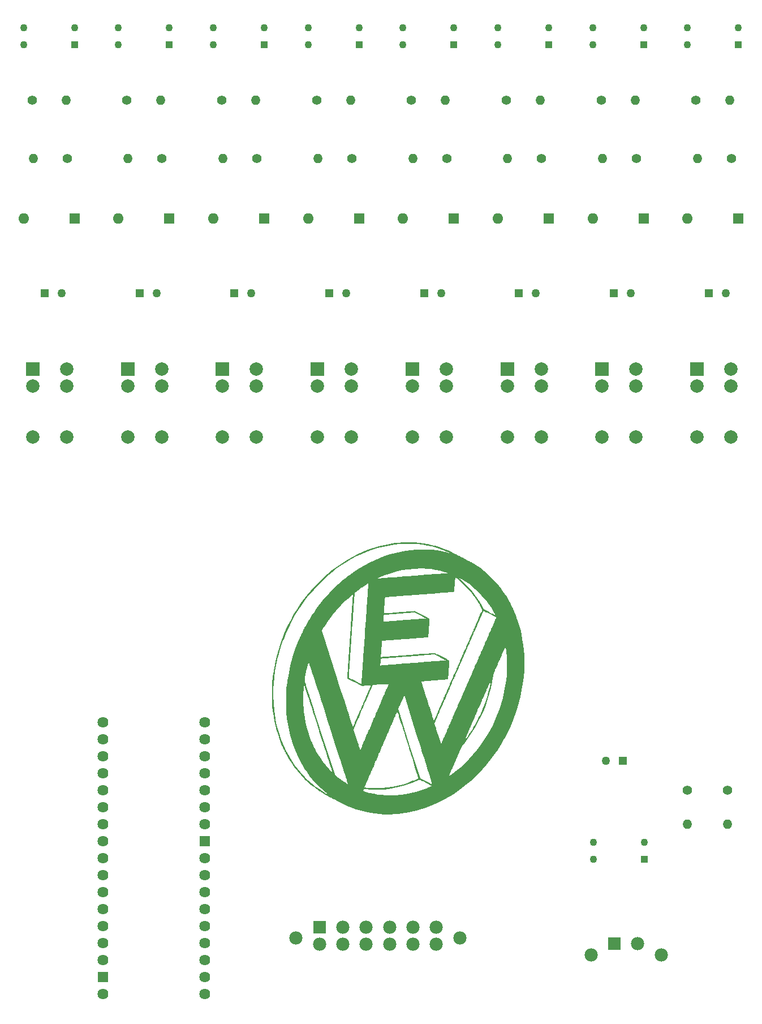
<source format=gts>
%TF.GenerationSoftware,KiCad,Pcbnew,7.0.10*%
%TF.CreationDate,2024-11-26T20:55:46-08:00*%
%TF.ProjectId,Main_Board,4d61696e-5f42-46f6-9172-642e6b696361,rev?*%
%TF.SameCoordinates,Original*%
%TF.FileFunction,Soldermask,Top*%
%TF.FilePolarity,Negative*%
%FSLAX46Y46*%
G04 Gerber Fmt 4.6, Leading zero omitted, Abs format (unit mm)*
G04 Created by KiCad (PCBNEW 7.0.10) date 2024-11-26 20:55:46*
%MOMM*%
%LPD*%
G01*
G04 APERTURE LIST*
G04 Aperture macros list*
%AMRoundRect*
0 Rectangle with rounded corners*
0 $1 Rounding radius*
0 $2 $3 $4 $5 $6 $7 $8 $9 X,Y pos of 4 corners*
0 Add a 4 corners polygon primitive as box body*
4,1,4,$2,$3,$4,$5,$6,$7,$8,$9,$2,$3,0*
0 Add four circle primitives for the rounded corners*
1,1,$1+$1,$2,$3*
1,1,$1+$1,$4,$5*
1,1,$1+$1,$6,$7*
1,1,$1+$1,$8,$9*
0 Add four rect primitives between the rounded corners*
20,1,$1+$1,$2,$3,$4,$5,0*
20,1,$1+$1,$4,$5,$6,$7,0*
20,1,$1+$1,$6,$7,$8,$9,0*
20,1,$1+$1,$8,$9,$2,$3,0*%
G04 Aperture macros list end*
%ADD10C,1.400000*%
%ADD11O,1.400000X1.400000*%
%ADD12R,1.270000X1.270000*%
%ADD13C,1.270000*%
%ADD14R,1.100000X1.100000*%
%ADD15C,1.100000*%
%ADD16R,2.000000X2.000000*%
%ADD17C,2.000000*%
%ADD18R,1.600000X1.600000*%
%ADD19O,1.600000X1.600000*%
%ADD20C,1.625600*%
%ADD21RoundRect,0.025400X0.736600X0.736600X-0.736600X0.736600X-0.736600X-0.736600X0.736600X-0.736600X0*%
%ADD22R,1.981200X1.981200*%
%ADD23C,1.981200*%
G04 APERTURE END LIST*
%TO.C,G\u002A\u002A\u002A*%
G36*
X219781468Y-108076800D02*
G01*
X220017266Y-108079259D01*
X220315431Y-108084382D01*
X220580287Y-108091494D01*
X220820256Y-108101282D01*
X221043757Y-108114439D01*
X221259210Y-108131652D01*
X221475036Y-108153612D01*
X221699654Y-108181008D01*
X221941484Y-108214530D01*
X222208945Y-108254867D01*
X222261189Y-108263019D01*
X222388228Y-108283038D01*
X222493809Y-108300142D01*
X222585988Y-108315927D01*
X222672821Y-108331990D01*
X222762366Y-108349928D01*
X222862677Y-108371335D01*
X222981813Y-108397811D01*
X223127829Y-108430949D01*
X223252691Y-108459504D01*
X223838886Y-108608890D01*
X224437474Y-108790816D01*
X225039081Y-109002197D01*
X225634337Y-109239948D01*
X225668704Y-109254582D01*
X225777091Y-109302662D01*
X225918304Y-109368089D01*
X226088218Y-109448782D01*
X226282708Y-109542659D01*
X226497652Y-109647639D01*
X226728920Y-109761640D01*
X226972392Y-109882581D01*
X227223941Y-110008380D01*
X227479442Y-110136957D01*
X227734771Y-110266228D01*
X227985802Y-110394114D01*
X228228412Y-110518534D01*
X228458473Y-110637403D01*
X228671864Y-110748644D01*
X228864458Y-110850173D01*
X229032131Y-110939909D01*
X229170757Y-111015770D01*
X229266986Y-111070295D01*
X229932112Y-111479286D01*
X230567156Y-111915820D01*
X231173658Y-112381271D01*
X231753160Y-112877011D01*
X232307206Y-113404416D01*
X232837335Y-113964860D01*
X233345092Y-114559716D01*
X233715690Y-115033961D01*
X233990589Y-115413446D01*
X234265815Y-115820660D01*
X234536009Y-116246605D01*
X234795811Y-116682280D01*
X235039865Y-117118686D01*
X235262810Y-117546823D01*
X235459289Y-117957691D01*
X235468112Y-117977153D01*
X235511287Y-118072550D01*
X235556047Y-118171280D01*
X235593686Y-118254139D01*
X235598324Y-118264331D01*
X235645908Y-118372909D01*
X235704260Y-118512504D01*
X235770120Y-118674812D01*
X235840229Y-118851528D01*
X235911328Y-119034349D01*
X235980157Y-119214970D01*
X236043457Y-119385089D01*
X236097968Y-119536401D01*
X236100838Y-119544558D01*
X236347413Y-120296653D01*
X236561123Y-121056764D01*
X236742722Y-121828761D01*
X236892962Y-122616513D01*
X237012597Y-123423889D01*
X237102381Y-124254758D01*
X237154083Y-124953381D01*
X237160733Y-125095669D01*
X237166096Y-125272382D01*
X237170171Y-125476219D01*
X237172958Y-125699878D01*
X237174456Y-125936056D01*
X237174665Y-126177452D01*
X237173585Y-126416764D01*
X237171216Y-126646688D01*
X237167556Y-126859925D01*
X237162605Y-127049172D01*
X237156364Y-127207126D01*
X237154201Y-127247979D01*
X237077030Y-128236944D01*
X236958678Y-129219311D01*
X236799262Y-130194619D01*
X236598896Y-131162405D01*
X236357695Y-132122205D01*
X236075773Y-133073556D01*
X235753245Y-134015994D01*
X235390227Y-134949057D01*
X235051821Y-135730236D01*
X235011049Y-135820224D01*
X234963472Y-135925418D01*
X234919652Y-136022467D01*
X234871200Y-136126302D01*
X234806430Y-136259771D01*
X234728957Y-136415824D01*
X234642392Y-136587415D01*
X234550352Y-136767493D01*
X234456449Y-136949012D01*
X234364299Y-137124922D01*
X234277514Y-137288176D01*
X234199710Y-137431725D01*
X234163714Y-137496755D01*
X233679873Y-138327771D01*
X233175830Y-139124306D01*
X232649077Y-139889690D01*
X232097104Y-140627259D01*
X231517400Y-141340342D01*
X230907457Y-142032274D01*
X230264766Y-142706384D01*
X230163969Y-142807581D01*
X229812876Y-143152799D01*
X229477897Y-143470803D01*
X229151175Y-143768558D01*
X228824851Y-144053027D01*
X228491066Y-144331175D01*
X228141962Y-144609964D01*
X228043128Y-144686972D01*
X227315317Y-145227169D01*
X226571979Y-145731510D01*
X225814379Y-146199455D01*
X225043788Y-146630468D01*
X224261468Y-147024008D01*
X223468689Y-147379537D01*
X222666715Y-147696518D01*
X221856815Y-147974411D01*
X221040254Y-148212677D01*
X220218300Y-148410780D01*
X219392218Y-148568179D01*
X218670913Y-148671616D01*
X218490663Y-148692871D01*
X218326914Y-148710542D01*
X218172922Y-148724987D01*
X218021935Y-148736563D01*
X217867207Y-148745630D01*
X217701992Y-148752544D01*
X217519540Y-148757665D01*
X217313105Y-148761349D01*
X217075939Y-148763956D01*
X216907086Y-148765210D01*
X216710946Y-148766295D01*
X216525150Y-148766981D01*
X216354402Y-148767277D01*
X216203409Y-148767187D01*
X216076876Y-148766720D01*
X215979510Y-148765883D01*
X215916016Y-148764682D01*
X215894711Y-148763674D01*
X215842954Y-148759308D01*
X215760118Y-148752657D01*
X215656754Y-148744556D01*
X215543412Y-148735837D01*
X215518985Y-148733979D01*
X214822316Y-148663073D01*
X214120501Y-148556421D01*
X213421584Y-148415738D01*
X212733611Y-148242740D01*
X212064627Y-148039144D01*
X211751281Y-147930568D01*
X211638311Y-147889160D01*
X211511960Y-147841798D01*
X211378868Y-147791084D01*
X211245669Y-147739614D01*
X211119003Y-147689989D01*
X211005506Y-147644805D01*
X210911813Y-147606662D01*
X210844564Y-147578158D01*
X210811965Y-147562800D01*
X210780588Y-147547038D01*
X210720861Y-147518440D01*
X210642384Y-147481567D01*
X210582354Y-147453700D01*
X210480633Y-147406544D01*
X210384314Y-147361464D01*
X210289703Y-147316617D01*
X210193109Y-147270164D01*
X210090839Y-147220265D01*
X209979201Y-147165075D01*
X209854501Y-147102758D01*
X209713049Y-147031471D01*
X209551151Y-146949373D01*
X209365115Y-146854625D01*
X209151249Y-146745383D01*
X208905860Y-146619809D01*
X208766342Y-146548350D01*
X208471524Y-146397015D01*
X208210349Y-146262196D01*
X207979085Y-146141810D01*
X207773999Y-146033773D01*
X207591358Y-145936001D01*
X207427430Y-145846412D01*
X207385077Y-145822670D01*
X207847899Y-145822670D01*
X207858336Y-145833108D01*
X207868773Y-145822670D01*
X207858336Y-145812233D01*
X207847899Y-145822670D01*
X207385077Y-145822670D01*
X207278485Y-145762920D01*
X207140788Y-145683443D01*
X207010607Y-145605897D01*
X206884211Y-145528200D01*
X206757867Y-145448266D01*
X206627842Y-145364011D01*
X206532856Y-145301494D01*
X206089614Y-144998099D01*
X205675493Y-144692631D01*
X205280750Y-144377113D01*
X204895644Y-144043569D01*
X204510435Y-143684024D01*
X204277720Y-143455016D01*
X203737704Y-142887164D01*
X203231798Y-142299250D01*
X202757809Y-141688303D01*
X202313540Y-141051359D01*
X201896798Y-140385449D01*
X201543423Y-139758860D01*
X201494546Y-139666366D01*
X201438176Y-139557353D01*
X201377204Y-139437661D01*
X201314519Y-139313134D01*
X201253010Y-139189613D01*
X201195568Y-139072940D01*
X201145084Y-138968957D01*
X201104447Y-138883505D01*
X201076546Y-138822428D01*
X201064272Y-138791566D01*
X201063946Y-138789627D01*
X201055713Y-138768282D01*
X201033829Y-138718706D01*
X201002519Y-138650400D01*
X200992221Y-138628322D01*
X200909991Y-138444490D01*
X200819431Y-138227542D01*
X200723139Y-137984650D01*
X200623716Y-137722986D01*
X200523761Y-137449727D01*
X200425876Y-137172044D01*
X200332661Y-136897112D01*
X200246715Y-136632105D01*
X200170638Y-136384194D01*
X200137473Y-136270155D01*
X199944784Y-135539791D01*
X199781650Y-134804612D01*
X199647090Y-134058638D01*
X199540124Y-133295887D01*
X199459770Y-132510379D01*
X199413754Y-131857474D01*
X199407050Y-131703950D01*
X199402199Y-131515895D01*
X199399129Y-131299962D01*
X199397762Y-131062803D01*
X199398028Y-130811068D01*
X199398236Y-130781505D01*
X199619623Y-130781505D01*
X199625895Y-131344414D01*
X199646123Y-131886371D01*
X199680831Y-132416750D01*
X199730548Y-132944929D01*
X199795802Y-133480284D01*
X199822853Y-133674176D01*
X199966793Y-134540655D01*
X200146351Y-135388027D01*
X200361253Y-136215613D01*
X200611228Y-137022733D01*
X200896001Y-137808707D01*
X201215302Y-138572855D01*
X201568854Y-139314499D01*
X201956389Y-140032960D01*
X202377630Y-140727556D01*
X202832308Y-141397610D01*
X203034297Y-141673043D01*
X203257579Y-141965345D01*
X203469988Y-142231519D01*
X203680574Y-142482123D01*
X203898392Y-142727716D01*
X204132491Y-142978854D01*
X204321945Y-143174897D01*
X204849666Y-143689446D01*
X205390138Y-144167051D01*
X205948731Y-144611856D01*
X206530814Y-145028007D01*
X207141760Y-145419648D01*
X207513920Y-145638613D01*
X207633899Y-145706838D01*
X207721406Y-145755974D01*
X207780102Y-145787853D01*
X207813643Y-145804302D01*
X207825690Y-145807151D01*
X207819900Y-145798229D01*
X207805406Y-145784319D01*
X207776602Y-145759867D01*
X207723698Y-145716546D01*
X207655334Y-145661390D01*
X207607852Y-145623442D01*
X207212673Y-145294160D01*
X207202778Y-145285216D01*
X213026179Y-145285216D01*
X213385449Y-145391132D01*
X214016771Y-145562492D01*
X214636077Y-145699990D01*
X215253218Y-145805328D01*
X215878045Y-145880207D01*
X216468738Y-145923689D01*
X216598907Y-145928643D01*
X216760886Y-145931819D01*
X216944781Y-145933271D01*
X217140695Y-145933056D01*
X217338732Y-145931230D01*
X217528996Y-145927846D01*
X217701591Y-145922962D01*
X217846621Y-145916632D01*
X217859742Y-145915892D01*
X218626075Y-145850817D01*
X219389989Y-145744421D01*
X220151895Y-145596617D01*
X220912206Y-145407314D01*
X221671334Y-145176424D01*
X222262638Y-144967501D01*
X222379850Y-144922629D01*
X222509017Y-144871597D01*
X222644648Y-144816739D01*
X222781258Y-144760389D01*
X222913359Y-144704879D01*
X223035461Y-144652547D01*
X223142078Y-144605723D01*
X223227721Y-144566743D01*
X223286904Y-144537939D01*
X223314138Y-144521646D01*
X223315312Y-144519816D01*
X223297406Y-144508435D01*
X223246583Y-144480452D01*
X223167187Y-144438094D01*
X223063561Y-144383587D01*
X222940048Y-144319159D01*
X222800992Y-144247038D01*
X222650735Y-144169449D01*
X222493621Y-144088621D01*
X222333992Y-144006780D01*
X222176195Y-143926154D01*
X222024569Y-143848968D01*
X221883460Y-143777452D01*
X221757209Y-143713831D01*
X221650162Y-143660333D01*
X221566659Y-143619185D01*
X221511046Y-143592614D01*
X221488259Y-143582960D01*
X221457861Y-143588085D01*
X221401723Y-143607435D01*
X221331621Y-143636915D01*
X221326895Y-143639069D01*
X220584124Y-143959458D01*
X219843609Y-144238908D01*
X219103152Y-144477988D01*
X218360549Y-144677267D01*
X217613601Y-144837312D01*
X216860105Y-144958696D01*
X216097862Y-145041986D01*
X215821653Y-145062703D01*
X215636694Y-145071864D01*
X215420229Y-145077460D01*
X215180787Y-145079653D01*
X214926898Y-145078608D01*
X214667092Y-145074488D01*
X214409896Y-145067457D01*
X214163843Y-145057678D01*
X213937461Y-145045315D01*
X213739280Y-145030531D01*
X213640352Y-145020883D01*
X213487175Y-145004140D01*
X213370264Y-144991781D01*
X213284330Y-144984163D01*
X213224086Y-144981639D01*
X213184245Y-144984565D01*
X213159519Y-144993297D01*
X213144620Y-145008189D01*
X213134261Y-145029597D01*
X213124109Y-145055562D01*
X213092993Y-145130253D01*
X213060994Y-145205221D01*
X213059123Y-145209527D01*
X213026179Y-145285216D01*
X207202778Y-145285216D01*
X206804781Y-144925481D01*
X206616983Y-144743281D01*
X213260078Y-144743281D01*
X213335409Y-144755235D01*
X213387173Y-144762004D01*
X213471472Y-144771424D01*
X213579244Y-144782625D01*
X213701424Y-144794737D01*
X213828951Y-144806890D01*
X213952762Y-144818215D01*
X214063792Y-144827841D01*
X214152980Y-144834896D01*
X214193504Y-144837610D01*
X214294313Y-144841804D01*
X214428886Y-144844896D01*
X214589496Y-144846922D01*
X214768414Y-144847916D01*
X214957911Y-144847912D01*
X215150260Y-144846946D01*
X215337731Y-144845051D01*
X215512595Y-144842262D01*
X215667125Y-144838612D01*
X215793592Y-144834137D01*
X215866959Y-144830153D01*
X216643380Y-144756190D01*
X217415479Y-144640810D01*
X218183396Y-144483981D01*
X218947273Y-144285669D01*
X219707253Y-144045840D01*
X220463479Y-143764458D01*
X220653915Y-143686807D01*
X220848190Y-143605196D01*
X221005574Y-143536780D01*
X221128384Y-143480406D01*
X221218930Y-143434924D01*
X221279529Y-143399178D01*
X221312494Y-143372020D01*
X221320520Y-143354923D01*
X221314177Y-143329938D01*
X221295982Y-143267499D01*
X221266579Y-143169656D01*
X221226613Y-143038457D01*
X221176727Y-142875950D01*
X221117565Y-142684185D01*
X221049771Y-142465208D01*
X220973989Y-142221070D01*
X220890862Y-141953819D01*
X220801034Y-141665502D01*
X220705151Y-141358170D01*
X220603854Y-141033870D01*
X220497789Y-140694651D01*
X220387597Y-140342562D01*
X220273925Y-139979650D01*
X220157416Y-139607965D01*
X220038713Y-139229555D01*
X219918460Y-138846469D01*
X219797302Y-138460755D01*
X219675880Y-138074462D01*
X219554842Y-137689638D01*
X219434828Y-137308332D01*
X219316485Y-136932593D01*
X219200454Y-136564469D01*
X219087381Y-136206008D01*
X218977908Y-135859259D01*
X218872682Y-135526272D01*
X218772344Y-135209093D01*
X218677537Y-134909772D01*
X218588909Y-134630358D01*
X218507100Y-134372899D01*
X218432756Y-134139443D01*
X218366519Y-133932039D01*
X218309034Y-133752736D01*
X218260946Y-133603581D01*
X218222897Y-133486625D01*
X218195531Y-133403915D01*
X218179493Y-133357500D01*
X218175301Y-133347718D01*
X218163943Y-133369605D01*
X218138002Y-133425751D01*
X218099303Y-133512024D01*
X218049667Y-133624292D01*
X217990917Y-133758424D01*
X217924877Y-133910291D01*
X217853367Y-134075758D01*
X217823678Y-134144740D01*
X217729077Y-134364778D01*
X217634428Y-134584874D01*
X217538335Y-134808270D01*
X217439401Y-135038210D01*
X217336229Y-135277937D01*
X217227425Y-135530694D01*
X217111592Y-135799722D01*
X216987333Y-136088266D01*
X216853252Y-136399567D01*
X216707953Y-136736870D01*
X216550040Y-137103416D01*
X216378117Y-137502449D01*
X216228832Y-137848916D01*
X216118466Y-138105075D01*
X216004987Y-138368506D01*
X215890710Y-138633828D01*
X215777950Y-138895664D01*
X215669026Y-139148632D01*
X215566252Y-139387354D01*
X215471947Y-139606450D01*
X215388425Y-139800538D01*
X215318002Y-139964242D01*
X215289631Y-140030218D01*
X215226292Y-140177489D01*
X215148745Y-140357719D01*
X215059308Y-140565527D01*
X214960296Y-140795534D01*
X214854025Y-141042361D01*
X214742811Y-141300628D01*
X214628972Y-141564954D01*
X214514823Y-141829962D01*
X214402681Y-142090269D01*
X214350439Y-142211520D01*
X214243119Y-142460597D01*
X214134988Y-142711577D01*
X214028051Y-142959798D01*
X213924315Y-143200603D01*
X213825788Y-143429333D01*
X213734475Y-143641331D01*
X213652383Y-143831938D01*
X213581519Y-143996493D01*
X213523890Y-144130340D01*
X213494962Y-144197543D01*
X213260078Y-144743281D01*
X206616983Y-144743281D01*
X206384026Y-144517269D01*
X206376044Y-144509268D01*
X205903041Y-144015572D01*
X205464175Y-143516426D01*
X205053250Y-143003915D01*
X204664075Y-142470117D01*
X204290456Y-141907115D01*
X204097580Y-141595746D01*
X203685435Y-140874899D01*
X203308224Y-140132104D01*
X202966169Y-139368603D01*
X202659490Y-138585639D01*
X202388407Y-137784451D01*
X202153143Y-136966285D01*
X201953917Y-136132380D01*
X201790950Y-135283980D01*
X201664463Y-134422326D01*
X201574677Y-133548661D01*
X201521812Y-132664226D01*
X201506089Y-131770263D01*
X201509026Y-131647776D01*
X204101382Y-131647776D01*
X204102975Y-131896639D01*
X204106427Y-132131480D01*
X204111771Y-132345378D01*
X204119035Y-132531416D01*
X204128252Y-132682672D01*
X204128252Y-132682675D01*
X204205113Y-133478044D01*
X204310592Y-134246028D01*
X204445573Y-134990441D01*
X204610938Y-135715101D01*
X204807566Y-136423820D01*
X205036340Y-137120415D01*
X205298142Y-137808699D01*
X205331719Y-137890673D01*
X205407324Y-138066453D01*
X205499596Y-138269031D01*
X205604221Y-138489782D01*
X205716881Y-138720080D01*
X205833262Y-138951299D01*
X205949048Y-139174814D01*
X206059922Y-139382001D01*
X206161570Y-139564232D01*
X206214239Y-139654491D01*
X206614584Y-140289360D01*
X207039882Y-140891924D01*
X207492042Y-141464691D01*
X207972975Y-142010171D01*
X208152810Y-142199611D01*
X208240560Y-142289899D01*
X208318088Y-142368944D01*
X208380864Y-142432190D01*
X208424359Y-142475075D01*
X208444047Y-142493047D01*
X208444632Y-142493315D01*
X208444452Y-142476678D01*
X208435407Y-142446349D01*
X208427808Y-142423037D01*
X208407958Y-142361446D01*
X208376330Y-142263055D01*
X208333401Y-142129346D01*
X208279643Y-141961799D01*
X208215532Y-141761894D01*
X208141542Y-141531113D01*
X208058146Y-141270935D01*
X207965820Y-140982843D01*
X207865037Y-140668316D01*
X207756274Y-140328835D01*
X207640002Y-139965880D01*
X207516698Y-139580934D01*
X207386835Y-139175475D01*
X207250887Y-138750984D01*
X207109330Y-138308943D01*
X206962637Y-137850833D01*
X206811283Y-137378133D01*
X206655743Y-136892323D01*
X206496489Y-136394886D01*
X206333997Y-135887302D01*
X206322639Y-135851821D01*
X206160110Y-135344205D01*
X206000830Y-134846939D01*
X205845268Y-134361487D01*
X205693897Y-133889314D01*
X205547187Y-133431882D01*
X205405609Y-132990657D01*
X205269636Y-132567104D01*
X205139737Y-132162686D01*
X205016386Y-131778867D01*
X204900052Y-131417112D01*
X204791207Y-131078885D01*
X204690322Y-130765651D01*
X204597869Y-130478873D01*
X204514318Y-130220016D01*
X204440141Y-129990546D01*
X204375809Y-129791924D01*
X204321794Y-129625616D01*
X204278566Y-129493086D01*
X204246597Y-129395799D01*
X204226358Y-129335219D01*
X204218320Y-129312809D01*
X204218213Y-129312713D01*
X204213743Y-129326506D01*
X204208033Y-129362004D01*
X204200781Y-129422244D01*
X204191681Y-129510264D01*
X204180427Y-129629100D01*
X204166715Y-129781788D01*
X204150239Y-129971366D01*
X204139729Y-130094336D01*
X204129162Y-130247613D01*
X204120241Y-130435304D01*
X204112994Y-130650488D01*
X204107455Y-130886247D01*
X204103652Y-131135661D01*
X204101618Y-131391811D01*
X204101382Y-131647776D01*
X201509026Y-131647776D01*
X201527728Y-130868014D01*
X201586951Y-129958722D01*
X201683978Y-129043628D01*
X201726556Y-128737868D01*
X204297919Y-128737868D01*
X204301011Y-128775670D01*
X204308173Y-128807568D01*
X204309074Y-128810603D01*
X204317282Y-128836586D01*
X204337765Y-128900880D01*
X204370060Y-129002041D01*
X204413704Y-129138625D01*
X204468234Y-129309185D01*
X204533188Y-129512278D01*
X204608104Y-129746458D01*
X204692518Y-130010279D01*
X204785969Y-130302298D01*
X204887994Y-130621069D01*
X204998130Y-130965148D01*
X205115915Y-131333088D01*
X205240886Y-131723446D01*
X205372581Y-132134776D01*
X205510537Y-132565633D01*
X205654291Y-133014573D01*
X205803382Y-133480150D01*
X205957346Y-133960919D01*
X206115721Y-134455435D01*
X206278044Y-134962253D01*
X206443855Y-135479929D01*
X206564146Y-135855477D01*
X208793984Y-142816858D01*
X209046303Y-143029947D01*
X209335019Y-143266936D01*
X209619831Y-143485962D01*
X209915909Y-143698350D01*
X210185753Y-143880797D01*
X210368089Y-144000655D01*
X210517992Y-144098050D01*
X210635065Y-144172730D01*
X210718903Y-144224442D01*
X210769107Y-144252934D01*
X210785032Y-144258708D01*
X210779019Y-144238813D01*
X210760664Y-144180403D01*
X210730363Y-144084715D01*
X210688512Y-143952990D01*
X210635509Y-143786469D01*
X210571749Y-143586390D01*
X210497629Y-143353994D01*
X210413545Y-143090520D01*
X210319893Y-142797208D01*
X210217071Y-142475298D01*
X210105475Y-142126030D01*
X209985499Y-141750644D01*
X209857541Y-141350380D01*
X209721998Y-140926477D01*
X209579265Y-140480175D01*
X209429740Y-140012714D01*
X209273817Y-139525335D01*
X209111894Y-139019276D01*
X208944368Y-138495778D01*
X208771634Y-137956080D01*
X208594088Y-137401423D01*
X208412128Y-136833046D01*
X208226150Y-136252189D01*
X208169299Y-136074652D01*
X211622612Y-136074652D01*
X212118604Y-137624257D01*
X212196893Y-137868373D01*
X212271614Y-138100430D01*
X212341784Y-138317433D01*
X212406422Y-138516390D01*
X212464546Y-138694310D01*
X212515173Y-138848198D01*
X212557323Y-138975061D01*
X212590013Y-139071907D01*
X212612262Y-139135744D01*
X212623087Y-139163578D01*
X212623912Y-139164545D01*
X212635492Y-139142740D01*
X212659801Y-139090694D01*
X212693123Y-139016529D01*
X212726512Y-138940420D01*
X212753549Y-138877998D01*
X212795611Y-138780674D01*
X212851215Y-138651887D01*
X212918879Y-138495078D01*
X212997118Y-138313690D01*
X213084451Y-138111163D01*
X213179395Y-137890939D01*
X213280467Y-137656458D01*
X213386184Y-137411162D01*
X213495062Y-137158493D01*
X213605620Y-136901891D01*
X213716374Y-136644798D01*
X213825841Y-136390655D01*
X213932539Y-136142903D01*
X214034984Y-135904984D01*
X214131694Y-135680337D01*
X214221186Y-135472407D01*
X214301977Y-135284633D01*
X214370674Y-135124898D01*
X214434014Y-134977631D01*
X214511564Y-134797405D01*
X214601010Y-134589602D01*
X214700032Y-134359602D01*
X214806316Y-134112781D01*
X214917546Y-133854521D01*
X215031403Y-133590200D01*
X215145572Y-133325198D01*
X215257737Y-133064894D01*
X215289628Y-132990895D01*
X218321741Y-132990895D01*
X219946765Y-138176919D01*
X221571789Y-143362943D01*
X222479646Y-143824393D01*
X222659666Y-143915710D01*
X222828070Y-144000777D01*
X222981265Y-144077804D01*
X223115654Y-144145002D01*
X223227647Y-144200579D01*
X223313648Y-144242747D01*
X223370062Y-144269714D01*
X223393295Y-144279690D01*
X223393676Y-144279669D01*
X223387983Y-144259515D01*
X223370253Y-144200987D01*
X223340940Y-144105539D01*
X223300500Y-143974630D01*
X223249385Y-143809720D01*
X223188054Y-143612264D01*
X223116960Y-143383722D01*
X223036557Y-143125551D01*
X223014658Y-143055295D01*
X225889675Y-143055295D01*
X225891094Y-143056891D01*
X225892504Y-143056905D01*
X225911256Y-143045322D01*
X225958363Y-143013134D01*
X226028336Y-142964179D01*
X226115687Y-142902294D01*
X226210087Y-142834795D01*
X226913817Y-142303921D01*
X227594279Y-141738859D01*
X228250493Y-141140715D01*
X228881480Y-140510601D01*
X229486261Y-139849625D01*
X230063857Y-139158897D01*
X230613289Y-138439527D01*
X231133577Y-137692622D01*
X231623743Y-136919294D01*
X231994077Y-136281370D01*
X232415924Y-135484960D01*
X232801648Y-134674107D01*
X233150897Y-133850546D01*
X233463317Y-133016018D01*
X233738556Y-132172260D01*
X233976263Y-131321010D01*
X234176085Y-130464008D01*
X234337671Y-129602991D01*
X234460666Y-128739696D01*
X234544718Y-127875865D01*
X234589476Y-127013233D01*
X234594587Y-126153539D01*
X234559698Y-125298521D01*
X234484458Y-124449919D01*
X234450016Y-124166205D01*
X234428201Y-123995727D01*
X234410872Y-123864919D01*
X234395926Y-123772230D01*
X234381259Y-123716106D01*
X234364765Y-123694992D01*
X234344342Y-123707338D01*
X234317885Y-123751590D01*
X234283290Y-123826194D01*
X234238452Y-123929599D01*
X234212006Y-123990538D01*
X234148687Y-124135619D01*
X234076676Y-124300756D01*
X233999275Y-124478362D01*
X233919786Y-124660852D01*
X233841513Y-124840641D01*
X233767758Y-125010143D01*
X233701824Y-125161772D01*
X233647013Y-125287942D01*
X233617486Y-125356006D01*
X233572456Y-125459756D01*
X233517479Y-125586193D01*
X233454820Y-125730124D01*
X233386747Y-125886356D01*
X233315527Y-126049696D01*
X233243426Y-126214952D01*
X233172712Y-126376932D01*
X233105650Y-126530442D01*
X233044509Y-126670289D01*
X232991554Y-126791281D01*
X232949052Y-126888226D01*
X232919272Y-126955930D01*
X232906753Y-126984155D01*
X232821237Y-127175295D01*
X232751148Y-127333113D01*
X232694739Y-127462341D01*
X232650265Y-127567711D01*
X232615981Y-127653952D01*
X232590142Y-127725797D01*
X232571002Y-127787978D01*
X232556817Y-127845223D01*
X232545841Y-127902265D01*
X232536327Y-127963836D01*
X232530831Y-128003214D01*
X232386214Y-128904314D01*
X232200811Y-129799349D01*
X231975350Y-130686623D01*
X231710561Y-131564443D01*
X231407176Y-132431115D01*
X231065921Y-133284944D01*
X230687531Y-134124238D01*
X230272732Y-134947301D01*
X229822257Y-135752440D01*
X229336834Y-136537960D01*
X228817194Y-137302169D01*
X228264068Y-138043371D01*
X228131180Y-138211680D01*
X228060307Y-138300428D01*
X228000701Y-138375899D01*
X227949869Y-138442699D01*
X227905322Y-138505434D01*
X227864564Y-138568711D01*
X227825106Y-138637136D01*
X227784453Y-138715317D01*
X227740116Y-138807859D01*
X227689600Y-138919369D01*
X227630415Y-139054452D01*
X227560069Y-139217717D01*
X227476068Y-139413769D01*
X227457893Y-139456191D01*
X227431778Y-139517075D01*
X227406959Y-139574750D01*
X227381532Y-139633578D01*
X227353590Y-139697917D01*
X227321228Y-139772124D01*
X227282542Y-139860560D01*
X227235624Y-139967584D01*
X227178570Y-140097552D01*
X227109473Y-140254827D01*
X227026429Y-140443764D01*
X226978821Y-140552061D01*
X226913079Y-140701817D01*
X226847601Y-140851357D01*
X226785888Y-140992658D01*
X226731444Y-141117694D01*
X226687768Y-141218435D01*
X226664622Y-141272203D01*
X226641104Y-141327093D01*
X226619363Y-141377711D01*
X226597570Y-141428238D01*
X226573901Y-141482851D01*
X226546531Y-141545729D01*
X226513633Y-141621050D01*
X226473383Y-141712994D01*
X226423954Y-141825738D01*
X226363523Y-141963461D01*
X226290262Y-142130342D01*
X226202346Y-142330559D01*
X226185873Y-142368073D01*
X226106717Y-142548340D01*
X226042774Y-142694055D01*
X225992480Y-142808892D01*
X225954268Y-142896528D01*
X225926574Y-142960636D01*
X225907834Y-143004891D01*
X225896480Y-143032970D01*
X225890949Y-143048546D01*
X225889675Y-143055295D01*
X223014658Y-143055295D01*
X222947303Y-142839208D01*
X222849651Y-142526153D01*
X222744056Y-142187843D01*
X222630975Y-141825735D01*
X222510861Y-141441287D01*
X222384170Y-141035959D01*
X222251357Y-140611207D01*
X222112876Y-140168489D01*
X221969185Y-139709263D01*
X221820736Y-139234987D01*
X221667985Y-138747120D01*
X221511387Y-138247118D01*
X221351399Y-137736440D01*
X221306837Y-137594228D01*
X220542455Y-135154914D01*
X223742842Y-135154914D01*
X223743029Y-135174088D01*
X223745963Y-135190273D01*
X223750195Y-135204967D01*
X223760113Y-135236985D01*
X223781467Y-135305541D01*
X223813224Y-135407334D01*
X223854353Y-135539059D01*
X223903823Y-135697413D01*
X223960600Y-135879093D01*
X224023653Y-136080795D01*
X224091948Y-136299218D01*
X224164456Y-136531056D01*
X224238461Y-136767635D01*
X224703413Y-138253820D01*
X224752223Y-138145299D01*
X224774007Y-138096422D01*
X224809673Y-138015863D01*
X224856337Y-137910172D01*
X224911105Y-137785898D01*
X224945512Y-137707716D01*
X228228124Y-137707716D01*
X228230971Y-137708932D01*
X228237638Y-137702801D01*
X228256026Y-137679825D01*
X228294734Y-137629174D01*
X228349300Y-137556762D01*
X228415262Y-137468510D01*
X228473781Y-137389740D01*
X228686268Y-137094789D01*
X228909286Y-136770025D01*
X229137263Y-136424151D01*
X229364620Y-136065867D01*
X229585785Y-135703876D01*
X229795180Y-135346881D01*
X229891424Y-135177082D01*
X229966078Y-135040445D01*
X230054086Y-134873948D01*
X230151407Y-134685682D01*
X230253997Y-134483740D01*
X230357816Y-134276212D01*
X230458820Y-134071188D01*
X230552969Y-133876760D01*
X230636220Y-133701020D01*
X230704531Y-133552057D01*
X230715216Y-133528060D01*
X231027415Y-132783408D01*
X231312914Y-132021467D01*
X231569324Y-131249740D01*
X231794257Y-130475726D01*
X231985322Y-129706930D01*
X232091441Y-129207392D01*
X232126374Y-129030568D01*
X232153688Y-128891334D01*
X232173804Y-128786315D01*
X232187137Y-128712134D01*
X232194110Y-128665415D01*
X232195139Y-128642782D01*
X232190645Y-128640860D01*
X232181047Y-128656271D01*
X232166763Y-128685641D01*
X232152359Y-128716672D01*
X232116718Y-128794851D01*
X232073730Y-128891050D01*
X232032487Y-128984913D01*
X232031134Y-128988030D01*
X232003921Y-129050447D01*
X231963030Y-129143894D01*
X231911610Y-129261198D01*
X231852808Y-129395180D01*
X231789771Y-129538664D01*
X231738179Y-129655988D01*
X231672398Y-129805735D01*
X231606886Y-129955267D01*
X231545145Y-130096561D01*
X231490678Y-130221593D01*
X231446987Y-130322336D01*
X231423825Y-130376131D01*
X231397891Y-130436640D01*
X231373278Y-130493882D01*
X231348084Y-130552202D01*
X231320410Y-130615952D01*
X231288355Y-130689476D01*
X231250020Y-130777125D01*
X231203503Y-130883245D01*
X231146904Y-131012183D01*
X231078323Y-131168289D01*
X230995858Y-131355911D01*
X230944825Y-131472001D01*
X230879082Y-131621756D01*
X230813604Y-131771297D01*
X230751892Y-131912598D01*
X230697447Y-132037632D01*
X230653771Y-132138374D01*
X230630625Y-132192143D01*
X230604691Y-132252652D01*
X230580077Y-132309893D01*
X230554883Y-132368214D01*
X230527210Y-132431963D01*
X230495155Y-132505488D01*
X230456819Y-132593137D01*
X230410303Y-132699257D01*
X230353703Y-132828196D01*
X230285122Y-132984302D01*
X230202657Y-133171923D01*
X230151624Y-133288012D01*
X230085881Y-133437768D01*
X230020404Y-133587310D01*
X229958692Y-133728611D01*
X229904246Y-133853645D01*
X229860571Y-133954387D01*
X229837424Y-134008155D01*
X229811490Y-134068664D01*
X229786876Y-134125905D01*
X229761682Y-134184227D01*
X229734009Y-134247976D01*
X229701954Y-134321501D01*
X229663619Y-134409149D01*
X229617101Y-134515269D01*
X229560503Y-134644208D01*
X229491921Y-134800314D01*
X229409457Y-134987934D01*
X229358423Y-135104024D01*
X229292681Y-135253780D01*
X229227203Y-135403321D01*
X229165491Y-135544622D01*
X229111045Y-135669657D01*
X229067370Y-135770399D01*
X229044223Y-135824167D01*
X229018880Y-135883301D01*
X228994777Y-135939374D01*
X228970137Y-135996448D01*
X228943185Y-136058586D01*
X228912146Y-136129851D01*
X228875244Y-136214305D01*
X228830704Y-136316010D01*
X228776750Y-136439029D01*
X228711607Y-136587426D01*
X228633499Y-136765261D01*
X228540650Y-136976598D01*
X228524230Y-137013968D01*
X228443060Y-137198808D01*
X228377324Y-137348837D01*
X228325615Y-137467445D01*
X228286522Y-137558017D01*
X228258636Y-137623943D01*
X228240547Y-137668609D01*
X228230847Y-137695404D01*
X228228124Y-137707716D01*
X224945512Y-137707716D01*
X224971092Y-137649590D01*
X225021102Y-137535811D01*
X225086272Y-137387243D01*
X225151275Y-137238673D01*
X225212542Y-137098286D01*
X225266503Y-136974269D01*
X225309590Y-136874805D01*
X225330543Y-136826105D01*
X225356478Y-136765596D01*
X225381092Y-136708355D01*
X225406285Y-136650034D01*
X225433959Y-136586284D01*
X225466013Y-136512759D01*
X225504349Y-136425111D01*
X225550866Y-136318991D01*
X225607465Y-136190052D01*
X225676047Y-136033946D01*
X225758511Y-135846325D01*
X225809545Y-135730236D01*
X225875287Y-135580480D01*
X225940764Y-135430938D01*
X226002477Y-135289637D01*
X226056922Y-135164603D01*
X226100597Y-135063861D01*
X226123744Y-135010093D01*
X226149679Y-134949584D01*
X226174292Y-134892343D01*
X226199485Y-134834021D01*
X226227160Y-134770272D01*
X226259214Y-134696747D01*
X226297550Y-134609099D01*
X226344067Y-134502979D01*
X226400666Y-134374040D01*
X226469247Y-134217934D01*
X226551711Y-134030314D01*
X226602745Y-133914224D01*
X226668487Y-133764467D01*
X226733966Y-133614926D01*
X226795678Y-133473626D01*
X226850122Y-133348591D01*
X226893798Y-133247849D01*
X226916944Y-133194081D01*
X226941548Y-133136667D01*
X226964589Y-133083051D01*
X226987928Y-133028979D01*
X227013425Y-132970195D01*
X227042938Y-132902442D01*
X227078330Y-132821464D01*
X227121457Y-132723006D01*
X227174182Y-132602810D01*
X227238363Y-132456621D01*
X227315860Y-132280184D01*
X227395805Y-132098211D01*
X227462215Y-131946860D01*
X227529011Y-131794270D01*
X227592537Y-131648828D01*
X227649131Y-131518918D01*
X227695135Y-131412927D01*
X227719188Y-131357195D01*
X227751583Y-131282262D01*
X227797967Y-131175577D01*
X227855519Y-131043601D01*
X227921415Y-130892795D01*
X227992833Y-130729619D01*
X228066951Y-130560534D01*
X228115825Y-130449189D01*
X228190178Y-130279741D01*
X228263687Y-130111951D01*
X228333529Y-129952280D01*
X228396882Y-129807188D01*
X228450924Y-129683136D01*
X228492832Y-129586586D01*
X228512425Y-129541183D01*
X228544811Y-129466250D01*
X228591187Y-129359565D01*
X228648731Y-129227590D01*
X228714621Y-129076785D01*
X228786035Y-128913609D01*
X228860150Y-128744525D01*
X228909025Y-128633176D01*
X228983380Y-128463729D01*
X229056889Y-128295941D01*
X229126730Y-128136269D01*
X229190083Y-127991177D01*
X229244124Y-127867126D01*
X229286033Y-127770574D01*
X229305625Y-127725171D01*
X229338012Y-127650239D01*
X229384388Y-127543554D01*
X229441931Y-127411579D01*
X229507822Y-127260773D01*
X229579236Y-127097597D01*
X229653351Y-126928513D01*
X229702226Y-126817166D01*
X229776580Y-126647718D01*
X229850089Y-126479928D01*
X229919931Y-126320257D01*
X229983284Y-126175165D01*
X230037325Y-126051113D01*
X230079234Y-125954563D01*
X230098826Y-125909160D01*
X230131212Y-125834227D01*
X230177589Y-125727542D01*
X230235133Y-125595567D01*
X230301022Y-125444761D01*
X230372436Y-125281586D01*
X230446553Y-125112502D01*
X230495426Y-125001153D01*
X230569781Y-124831706D01*
X230643290Y-124663916D01*
X230713132Y-124504245D01*
X230776485Y-124359153D01*
X230830526Y-124235101D01*
X230872435Y-124138551D01*
X230892027Y-124093147D01*
X230924413Y-124018215D01*
X230970789Y-123911530D01*
X231028334Y-123779554D01*
X231094224Y-123628748D01*
X231165637Y-123465573D01*
X231239753Y-123296490D01*
X231288627Y-123185141D01*
X231362982Y-123015693D01*
X231436491Y-122847904D01*
X231506333Y-122688233D01*
X231569685Y-122543141D01*
X231623727Y-122419090D01*
X231665635Y-122322538D01*
X231685227Y-122277135D01*
X231717617Y-122202206D01*
X231764001Y-122095528D01*
X231821561Y-121963560D01*
X231887470Y-121812763D01*
X231958909Y-121649596D01*
X232033054Y-121480520D01*
X232081968Y-121369130D01*
X232155800Y-121200924D01*
X232228289Y-121035454D01*
X232296713Y-120878962D01*
X232358345Y-120737690D01*
X232410463Y-120617880D01*
X232450342Y-120525773D01*
X232469144Y-120481997D01*
X232503544Y-120402049D01*
X232551091Y-120292453D01*
X232608063Y-120161748D01*
X232670732Y-120018472D01*
X232735373Y-119871163D01*
X232769173Y-119794343D01*
X232826226Y-119662898D01*
X232876175Y-119544119D01*
X232916932Y-119443285D01*
X232946406Y-119365677D01*
X232962509Y-119316572D01*
X232964316Y-119301321D01*
X232937318Y-119284361D01*
X232878222Y-119251908D01*
X232791324Y-119206094D01*
X232680916Y-119149049D01*
X232551294Y-119082907D01*
X232406751Y-119009799D01*
X232251583Y-118931856D01*
X232090083Y-118851211D01*
X231926544Y-118769994D01*
X231765263Y-118690340D01*
X231610533Y-118614378D01*
X231466647Y-118544239D01*
X231337901Y-118482058D01*
X231228588Y-118429965D01*
X231143003Y-118390092D01*
X231085441Y-118364570D01*
X231060194Y-118355532D01*
X231059480Y-118355706D01*
X231045750Y-118380174D01*
X231018902Y-118436212D01*
X230982091Y-118516943D01*
X230938474Y-118615491D01*
X230907531Y-118686859D01*
X230865784Y-118783507D01*
X230810448Y-118910989D01*
X230744742Y-119061925D01*
X230671885Y-119228935D01*
X230595094Y-119404638D01*
X230517587Y-119581652D01*
X230475177Y-119678360D01*
X230400879Y-119847820D01*
X230327420Y-120015621D01*
X230257621Y-120175302D01*
X230194306Y-120320400D01*
X230140293Y-120444453D01*
X230098403Y-120540998D01*
X230078830Y-120586366D01*
X230046444Y-120661298D01*
X230000068Y-120767983D01*
X229942523Y-120899958D01*
X229876633Y-121050764D01*
X229805220Y-121213940D01*
X229731104Y-121383023D01*
X229682230Y-121494371D01*
X229607876Y-121663819D01*
X229534366Y-121831609D01*
X229464524Y-121991280D01*
X229401172Y-122136371D01*
X229347130Y-122260423D01*
X229305222Y-122356974D01*
X229285630Y-122402377D01*
X229253243Y-122477310D01*
X229206867Y-122583994D01*
X229149323Y-122715970D01*
X229083433Y-122866776D01*
X229012019Y-123029951D01*
X228937903Y-123199035D01*
X228889030Y-123310383D01*
X228814673Y-123479832D01*
X228741159Y-123647622D01*
X228671311Y-123807293D01*
X228607949Y-123952386D01*
X228553898Y-124076438D01*
X228511978Y-124172988D01*
X228492379Y-124218390D01*
X228460140Y-124293024D01*
X228413309Y-124400940D01*
X228354053Y-124537177D01*
X228284537Y-124696782D01*
X228206924Y-124874795D01*
X228123379Y-125066260D01*
X228036068Y-125266221D01*
X227947156Y-125469718D01*
X227858807Y-125671796D01*
X227773186Y-125867499D01*
X227692459Y-126051868D01*
X227618789Y-126219946D01*
X227554342Y-126366778D01*
X227521519Y-126441439D01*
X227471231Y-126555988D01*
X227408464Y-126699357D01*
X227337356Y-126862071D01*
X227262045Y-127034653D01*
X227186671Y-127207625D01*
X227124965Y-127349445D01*
X227052844Y-127515177D01*
X226977224Y-127688666D01*
X226902245Y-127860437D01*
X226832047Y-128021011D01*
X226770768Y-128160912D01*
X226728365Y-128257451D01*
X226678064Y-128372000D01*
X226615285Y-128515370D01*
X226544167Y-128678085D01*
X226468849Y-128850667D01*
X226393471Y-129023640D01*
X226331764Y-129165456D01*
X226259643Y-129331188D01*
X226184023Y-129504678D01*
X226109045Y-129676448D01*
X226038846Y-129837022D01*
X225977567Y-129976924D01*
X225935164Y-130073462D01*
X225884864Y-130188012D01*
X225822085Y-130331382D01*
X225750967Y-130494096D01*
X225675649Y-130666679D01*
X225600270Y-130839652D01*
X225538564Y-130981468D01*
X225466443Y-131147200D01*
X225390823Y-131320690D01*
X225315844Y-131492460D01*
X225245646Y-131653034D01*
X225184366Y-131792935D01*
X225141964Y-131889474D01*
X225091663Y-132004023D01*
X225028884Y-132147394D01*
X224957766Y-132310109D01*
X224882448Y-132482691D01*
X224807070Y-132655664D01*
X224745363Y-132797480D01*
X224673244Y-132963212D01*
X224597629Y-133136701D01*
X224522659Y-133308470D01*
X224452470Y-133469044D01*
X224391202Y-133608946D01*
X224348809Y-133705487D01*
X224231629Y-133971863D01*
X224130178Y-134202737D01*
X224043376Y-134400816D01*
X223970140Y-134568812D01*
X223909390Y-134709434D01*
X223860041Y-134825391D01*
X223821015Y-134919393D01*
X223791228Y-134994149D01*
X223769599Y-135052370D01*
X223755046Y-135096765D01*
X223746489Y-135130043D01*
X223742842Y-135154914D01*
X220542455Y-135154914D01*
X219213826Y-130914960D01*
X218957292Y-131511805D01*
X218881518Y-131688106D01*
X218800057Y-131877652D01*
X218717411Y-132069968D01*
X218638082Y-132254577D01*
X218566571Y-132421006D01*
X218511249Y-132549772D01*
X218321741Y-132990895D01*
X215289628Y-132990895D01*
X215310013Y-132943596D01*
X215420063Y-132688219D01*
X215532973Y-132426162D01*
X215646458Y-132162721D01*
X215758237Y-131903197D01*
X215866029Y-131652889D01*
X215967550Y-131417095D01*
X216060521Y-131201115D01*
X216142658Y-131010247D01*
X216211681Y-130849790D01*
X216240327Y-130783168D01*
X216319181Y-130599803D01*
X216400620Y-130410550D01*
X216481289Y-130223197D01*
X216557833Y-130045531D01*
X216626898Y-129885338D01*
X216685128Y-129750406D01*
X216716908Y-129676862D01*
X216774198Y-129543101D01*
X216815631Y-129442749D01*
X216842741Y-129371262D01*
X216857058Y-129324095D01*
X216860117Y-129296705D01*
X216853449Y-129284546D01*
X216849651Y-129283160D01*
X216822981Y-129283317D01*
X216758549Y-129286477D01*
X216660212Y-129292378D01*
X216531830Y-129300755D01*
X216377261Y-129311345D01*
X216200360Y-129323889D01*
X216004987Y-129338121D01*
X215795000Y-129353779D01*
X215643032Y-129365321D01*
X214470675Y-129455021D01*
X214229171Y-130019945D01*
X214162977Y-130174602D01*
X214084095Y-130358603D01*
X213996383Y-130562965D01*
X213903701Y-130778703D01*
X213809908Y-130996832D01*
X213718863Y-131208372D01*
X213650250Y-131367632D01*
X213559103Y-131579111D01*
X213457622Y-131814620D01*
X213350606Y-132063018D01*
X213242854Y-132313166D01*
X213139166Y-132553920D01*
X213044340Y-132774144D01*
X212993856Y-132891412D01*
X212925038Y-133051263D01*
X212842464Y-133243032D01*
X212748900Y-133460299D01*
X212647110Y-133696642D01*
X212539863Y-133945641D01*
X212429921Y-134200875D01*
X212320052Y-134455921D01*
X212213019Y-134704360D01*
X212148746Y-134853540D01*
X211622612Y-136074652D01*
X208169299Y-136074652D01*
X208036549Y-135660092D01*
X207853200Y-135087590D01*
X207660511Y-134486079D01*
X207470988Y-133894704D01*
X207285032Y-133314703D01*
X207103041Y-132747313D01*
X206925413Y-132193770D01*
X206752548Y-131655311D01*
X206584843Y-131133173D01*
X206422698Y-130628592D01*
X206266511Y-130142806D01*
X206116681Y-129677052D01*
X205973606Y-129232565D01*
X205837685Y-128810582D01*
X205709317Y-128412342D01*
X205588901Y-128039080D01*
X205476834Y-127692031D01*
X205373517Y-127372435D01*
X205279346Y-127081527D01*
X205194722Y-126820545D01*
X205120042Y-126590724D01*
X205055705Y-126393302D01*
X205002111Y-126229516D01*
X204959656Y-126100602D01*
X204928741Y-126007796D01*
X204909764Y-125952336D01*
X204903152Y-125935372D01*
X204891879Y-125961945D01*
X204872068Y-126023331D01*
X204845300Y-126113837D01*
X204813155Y-126227774D01*
X204777213Y-126359452D01*
X204739056Y-126503179D01*
X204700263Y-126653266D01*
X204666914Y-126785855D01*
X204533262Y-127366430D01*
X204412624Y-127976707D01*
X204363672Y-128255207D01*
X204337773Y-128410426D01*
X204318824Y-128530441D01*
X204306249Y-128621114D01*
X204299473Y-128688303D01*
X204297919Y-128737868D01*
X201726556Y-128737868D01*
X201764389Y-128466187D01*
X201928901Y-127520287D01*
X202134446Y-126574959D01*
X202380352Y-125632605D01*
X202665942Y-124695630D01*
X202990544Y-123766431D01*
X203317190Y-122934656D01*
X203359684Y-122832297D01*
X203398813Y-122738672D01*
X203430606Y-122663245D01*
X203451089Y-122615475D01*
X203453015Y-122611114D01*
X203479045Y-122552726D01*
X203511258Y-122480585D01*
X203522890Y-122454562D01*
X203555794Y-122380707D01*
X203594658Y-122293107D01*
X203617465Y-122241534D01*
X203716766Y-122022656D01*
X203832834Y-121777107D01*
X203961068Y-121514081D01*
X204069416Y-121297616D01*
X206889505Y-121297616D01*
X209200338Y-128512914D01*
X209371112Y-129045975D01*
X209538686Y-129568730D01*
X209702609Y-130079784D01*
X209862431Y-130577745D01*
X210017703Y-131061218D01*
X210167975Y-131528811D01*
X210312796Y-131979128D01*
X210451716Y-132410777D01*
X210584287Y-132822365D01*
X210710057Y-133212497D01*
X210828577Y-133579782D01*
X210939396Y-133922823D01*
X211042065Y-134240228D01*
X211136134Y-134530605D01*
X211221153Y-134792559D01*
X211296672Y-135024697D01*
X211362241Y-135225623D01*
X211417409Y-135393947D01*
X211461729Y-135528274D01*
X211494748Y-135627210D01*
X211516018Y-135689362D01*
X211525086Y-135713336D01*
X211525356Y-135713568D01*
X211537541Y-135690759D01*
X211563413Y-135635479D01*
X211600303Y-135553670D01*
X211645542Y-135451270D01*
X211696457Y-135334221D01*
X211710208Y-135302325D01*
X211761917Y-135182162D01*
X211826440Y-135032222D01*
X211900089Y-134861075D01*
X211979176Y-134677292D01*
X212060012Y-134489444D01*
X212138911Y-134306100D01*
X212168317Y-134237766D01*
X212225936Y-134103900D01*
X212297883Y-133936797D01*
X212381957Y-133741560D01*
X212475962Y-133523290D01*
X212577701Y-133287090D01*
X212684976Y-133038059D01*
X212795591Y-132781302D01*
X212907345Y-132521919D01*
X213018044Y-132265012D01*
X213076429Y-132129522D01*
X213238053Y-131754440D01*
X213383916Y-131415870D01*
X213514796Y-131111990D01*
X213631471Y-130840982D01*
X213734720Y-130601026D01*
X213825319Y-130390301D01*
X213904050Y-130206987D01*
X213971687Y-130049265D01*
X214029011Y-129915314D01*
X214076799Y-129803314D01*
X214115828Y-129711445D01*
X214146879Y-129637889D01*
X214170728Y-129580823D01*
X214188155Y-129538429D01*
X214199936Y-129508885D01*
X214206851Y-129490373D01*
X214209677Y-129481072D01*
X214209662Y-129479082D01*
X214188246Y-129479663D01*
X214130185Y-129483161D01*
X214040452Y-129489226D01*
X213924021Y-129497506D01*
X213785865Y-129507651D01*
X213630959Y-129519311D01*
X213535983Y-129526584D01*
X212868024Y-129578049D01*
X211782592Y-129024712D01*
X211544656Y-128903155D01*
X211341649Y-128798820D01*
X211171111Y-128710365D01*
X211030579Y-128636443D01*
X210917593Y-128575709D01*
X210829690Y-128526818D01*
X210764412Y-128488424D01*
X210719295Y-128459184D01*
X210691879Y-128437750D01*
X210679703Y-128422780D01*
X210679266Y-128421691D01*
X210678878Y-128395766D01*
X210681439Y-128328849D01*
X210682541Y-128307237D01*
X210906182Y-128307237D01*
X210906572Y-128317268D01*
X210929413Y-128331188D01*
X210984646Y-128361076D01*
X211067987Y-128404780D01*
X211175155Y-128460150D01*
X211301869Y-128525036D01*
X211443845Y-128597286D01*
X211596804Y-128674752D01*
X211756464Y-128755282D01*
X211918542Y-128836725D01*
X212078759Y-128916933D01*
X212232831Y-128993753D01*
X212376477Y-129065034D01*
X212505417Y-129128628D01*
X212615368Y-129182384D01*
X212702049Y-129224150D01*
X212761178Y-129251777D01*
X212788473Y-129263115D01*
X212789821Y-129263152D01*
X212791641Y-129241478D01*
X212796243Y-129179629D01*
X212803522Y-129079075D01*
X212813377Y-128941287D01*
X212825703Y-128767739D01*
X212840397Y-128559900D01*
X212857360Y-128319244D01*
X212876484Y-128047241D01*
X212897669Y-127745361D01*
X212920812Y-127415079D01*
X212945809Y-127057865D01*
X212972559Y-126675188D01*
X212985960Y-126483276D01*
X215614432Y-126483276D01*
X215625360Y-126499144D01*
X215657366Y-126495767D01*
X215682480Y-126493237D01*
X215747370Y-126487674D01*
X215850185Y-126479220D01*
X215989073Y-126468022D01*
X216162185Y-126454222D01*
X216367669Y-126437967D01*
X216603676Y-126419398D01*
X216868355Y-126398661D01*
X217159854Y-126375901D01*
X217476322Y-126351262D01*
X217815909Y-126324888D01*
X218176766Y-126296924D01*
X218557039Y-126267513D01*
X218954880Y-126236800D01*
X219368438Y-126204930D01*
X219795861Y-126172047D01*
X220235299Y-126138294D01*
X220554754Y-126113793D01*
X221000916Y-126079546D01*
X221436004Y-126046061D01*
X221858189Y-126013481D01*
X222265647Y-125981952D01*
X222656551Y-125951614D01*
X223029075Y-125922615D01*
X223381394Y-125895097D01*
X223711682Y-125869205D01*
X224018114Y-125845081D01*
X224298863Y-125822871D01*
X224552103Y-125802718D01*
X224776008Y-125784767D01*
X224968755Y-125769160D01*
X225128514Y-125756043D01*
X225253462Y-125745559D01*
X225341772Y-125737852D01*
X225391619Y-125733067D01*
X225402671Y-125731497D01*
X225384648Y-125720181D01*
X225333037Y-125691998D01*
X225251532Y-125648867D01*
X225143829Y-125592705D01*
X225013621Y-125525432D01*
X224864604Y-125448964D01*
X224700472Y-125365221D01*
X224552078Y-125289876D01*
X223701475Y-124858925D01*
X219706870Y-125167697D01*
X219156807Y-125210327D01*
X218648170Y-125249979D01*
X218180748Y-125286671D01*
X217754326Y-125320421D01*
X217368691Y-125351246D01*
X217023632Y-125379163D01*
X216718934Y-125404191D01*
X216454385Y-125426348D01*
X216229771Y-125445650D01*
X216044881Y-125462115D01*
X215899500Y-125475763D01*
X215793416Y-125486609D01*
X215726416Y-125494672D01*
X215698286Y-125499969D01*
X215697350Y-125500602D01*
X215691603Y-125528000D01*
X215684239Y-125590400D01*
X215675868Y-125681117D01*
X215667093Y-125793467D01*
X215658521Y-125920763D01*
X215656936Y-125946558D01*
X215648521Y-126079645D01*
X215640058Y-126202556D01*
X215632127Y-126307665D01*
X215625308Y-126387348D01*
X215620179Y-126433978D01*
X215619661Y-126437249D01*
X215614432Y-126483276D01*
X212985960Y-126483276D01*
X213000956Y-126268524D01*
X213030900Y-125839342D01*
X213062286Y-125389114D01*
X213072366Y-125244426D01*
X215705166Y-125244426D01*
X215725815Y-125243172D01*
X215786080Y-125238853D01*
X215883955Y-125231623D01*
X216017431Y-125221633D01*
X216184503Y-125209039D01*
X216383162Y-125193992D01*
X216611401Y-125176646D01*
X216867216Y-125157153D01*
X217148597Y-125135668D01*
X217453538Y-125112342D01*
X217780031Y-125087331D01*
X218126070Y-125060785D01*
X218489646Y-125032859D01*
X218868755Y-125003704D01*
X219261389Y-124973477D01*
X219665540Y-124942328D01*
X219722193Y-124937959D01*
X220253133Y-124897124D01*
X220748992Y-124859222D01*
X221209274Y-124824288D01*
X221633488Y-124792360D01*
X222021138Y-124763470D01*
X222371732Y-124737656D01*
X222684775Y-124714952D01*
X222959775Y-124695394D01*
X223196235Y-124679017D01*
X223393665Y-124665857D01*
X223551569Y-124655948D01*
X223669455Y-124649327D01*
X223746828Y-124646028D01*
X223783194Y-124646088D01*
X223785640Y-124646556D01*
X223822484Y-124663023D01*
X223890900Y-124696043D01*
X223986786Y-124743505D01*
X224106039Y-124803295D01*
X224244557Y-124873303D01*
X224398238Y-124951416D01*
X224562978Y-125035522D01*
X224734677Y-125123508D01*
X224909231Y-125213262D01*
X225082538Y-125302673D01*
X225250495Y-125389628D01*
X225409002Y-125472015D01*
X225553954Y-125547723D01*
X225681250Y-125614639D01*
X225786787Y-125670650D01*
X225866463Y-125713645D01*
X225916176Y-125741511D01*
X225931473Y-125751348D01*
X225939062Y-125759985D01*
X225945247Y-125771909D01*
X225949909Y-125790193D01*
X225952922Y-125817907D01*
X225954167Y-125858124D01*
X225953518Y-125913913D01*
X225950853Y-125988348D01*
X225946050Y-126084498D01*
X225938987Y-126205438D01*
X225929539Y-126354237D01*
X225917584Y-126533966D01*
X225903001Y-126747698D01*
X225885666Y-126998505D01*
X225876173Y-127135245D01*
X225859617Y-127369295D01*
X225843313Y-127591715D01*
X225827563Y-127798891D01*
X225812668Y-127987211D01*
X225798930Y-128153061D01*
X225786651Y-128292827D01*
X225776131Y-128402899D01*
X225767674Y-128479662D01*
X225761580Y-128519504D01*
X225760217Y-128523797D01*
X225728592Y-128562953D01*
X225705771Y-128577942D01*
X225680741Y-128581298D01*
X225617023Y-128587590D01*
X225517562Y-128596576D01*
X225385296Y-128608014D01*
X225223166Y-128621660D01*
X225034112Y-128637273D01*
X224821076Y-128654610D01*
X224586998Y-128673430D01*
X224334819Y-128693489D01*
X224067478Y-128714545D01*
X223787918Y-128736356D01*
X223721699Y-128741493D01*
X223354478Y-128770181D01*
X223024277Y-128796466D01*
X222731617Y-128820302D01*
X222477020Y-128841642D01*
X222261003Y-128860440D01*
X222084087Y-128876649D01*
X221946793Y-128890225D01*
X221849641Y-128901119D01*
X221793150Y-128909286D01*
X221777511Y-128914295D01*
X221784550Y-128936372D01*
X221803363Y-128996068D01*
X221833255Y-129091161D01*
X221873529Y-129219429D01*
X221923489Y-129378649D01*
X221982437Y-129566600D01*
X222049678Y-129781059D01*
X222124515Y-130019806D01*
X222206250Y-130280617D01*
X222294187Y-130561270D01*
X222387631Y-130859543D01*
X222485884Y-131173215D01*
X222588250Y-131500064D01*
X222694031Y-131837866D01*
X222701663Y-131862241D01*
X222807574Y-132200101D01*
X222910200Y-132526729D01*
X223008842Y-132839939D01*
X223102801Y-133137542D01*
X223191380Y-133417355D01*
X223273880Y-133677186D01*
X223349602Y-133914851D01*
X223417849Y-134128162D01*
X223477923Y-134314932D01*
X223529123Y-134472973D01*
X223570753Y-134600100D01*
X223602114Y-134694124D01*
X223622509Y-134752859D01*
X223631236Y-134774118D01*
X223631423Y-134774122D01*
X223643850Y-134750917D01*
X223669581Y-134696075D01*
X223705549Y-134616361D01*
X223748688Y-134518540D01*
X223779961Y-134446503D01*
X223823460Y-134345970D01*
X223881336Y-134212648D01*
X223951210Y-134051985D01*
X224030704Y-133869429D01*
X224117439Y-133670429D01*
X224209036Y-133460433D01*
X224303119Y-133244891D01*
X224397309Y-133029249D01*
X224489227Y-132818957D01*
X224576496Y-132619463D01*
X224656737Y-132436215D01*
X224727572Y-132274663D01*
X224786622Y-132140253D01*
X224786751Y-132139959D01*
X224837039Y-132025410D01*
X224899807Y-131882041D01*
X224970914Y-131719326D01*
X225046225Y-131546745D01*
X225121599Y-131373772D01*
X225183306Y-131231953D01*
X225255427Y-131066220D01*
X225331046Y-130892730D01*
X225406025Y-130720961D01*
X225476224Y-130560386D01*
X225537503Y-130420485D01*
X225579906Y-130323946D01*
X225630207Y-130209397D01*
X225692985Y-130066027D01*
X225764103Y-129903312D01*
X225839421Y-129730730D01*
X225914800Y-129557756D01*
X225976506Y-129415940D01*
X226048627Y-129250208D01*
X226124247Y-129076719D01*
X226199226Y-128904949D01*
X226269424Y-128744375D01*
X226330703Y-128604473D01*
X226373107Y-128507934D01*
X226423407Y-128393386D01*
X226486186Y-128250016D01*
X226557304Y-128087301D01*
X226632622Y-127914719D01*
X226708001Y-127741746D01*
X226769707Y-127599930D01*
X226841828Y-127434198D01*
X226917448Y-127260708D01*
X226992427Y-127088937D01*
X227062625Y-126928363D01*
X227123904Y-126788462D01*
X227166307Y-126691924D01*
X227216608Y-126577374D01*
X227279387Y-126434003D01*
X227350505Y-126271289D01*
X227425822Y-126098707D01*
X227501201Y-125925733D01*
X227562907Y-125783917D01*
X227635029Y-125618185D01*
X227710649Y-125444695D01*
X227785627Y-125272926D01*
X227855826Y-125112351D01*
X227917104Y-124972450D01*
X227959508Y-124875911D01*
X228009808Y-124761362D01*
X228072587Y-124617991D01*
X228143705Y-124455277D01*
X228219023Y-124282694D01*
X228294402Y-124109721D01*
X228356108Y-123967905D01*
X228428229Y-123802173D01*
X228503849Y-123628684D01*
X228578828Y-123456913D01*
X228649026Y-123296340D01*
X228710305Y-123156438D01*
X228752708Y-123059899D01*
X228803009Y-122945350D01*
X228865788Y-122801979D01*
X228936906Y-122639264D01*
X229012224Y-122466683D01*
X229087602Y-122293710D01*
X229149309Y-122151893D01*
X229221430Y-121986160D01*
X229297050Y-121812671D01*
X229372029Y-121640901D01*
X229442227Y-121480327D01*
X229503507Y-121340425D01*
X229545909Y-121243887D01*
X229596210Y-121129337D01*
X229658987Y-120985965D01*
X229730103Y-120823250D01*
X229805419Y-120650666D01*
X229880795Y-120477693D01*
X229942496Y-120335881D01*
X230013916Y-120171737D01*
X230088194Y-120001276D01*
X230161345Y-119833626D01*
X230229385Y-119677913D01*
X230288326Y-119543267D01*
X230329816Y-119448748D01*
X230444902Y-119186831D01*
X230543934Y-118960830D01*
X230627855Y-118768532D01*
X230697611Y-118607725D01*
X230754146Y-118476194D01*
X230798404Y-118371729D01*
X230831330Y-118292113D01*
X230853869Y-118235136D01*
X230866965Y-118198583D01*
X230871563Y-118180244D01*
X230871592Y-118179425D01*
X230861845Y-118148945D01*
X230834535Y-118087638D01*
X230792557Y-118001066D01*
X230738807Y-117894795D01*
X230676179Y-117774387D01*
X230607570Y-117645405D01*
X230535875Y-117513413D01*
X230463989Y-117383975D01*
X230394808Y-117262654D01*
X230391535Y-117257010D01*
X230277911Y-117067355D01*
X230144978Y-116855654D01*
X229999675Y-116632323D01*
X229848938Y-116407781D01*
X229699708Y-116192443D01*
X229558924Y-115996728D01*
X229494754Y-115910656D01*
X229114800Y-115428809D01*
X228728480Y-114981085D01*
X228328329Y-114559869D01*
X227906883Y-114157551D01*
X227456679Y-113766521D01*
X227145715Y-113515291D01*
X227013888Y-113411590D01*
X227405253Y-113411590D01*
X227429371Y-113437951D01*
X227481510Y-113485104D01*
X227562965Y-113554810D01*
X227675031Y-113648824D01*
X227709226Y-113677369D01*
X227832975Y-113784731D01*
X227978420Y-113917752D01*
X228139805Y-114070642D01*
X228311375Y-114237605D01*
X228487374Y-114412851D01*
X228662047Y-114590585D01*
X228829637Y-114765016D01*
X228984391Y-114930350D01*
X229120552Y-115080795D01*
X229231410Y-115209410D01*
X229671203Y-115765158D01*
X230082844Y-116341081D01*
X230462570Y-116931444D01*
X230806609Y-117530511D01*
X230996834Y-117896750D01*
X231090766Y-118085166D01*
X231967462Y-118533583D01*
X232144200Y-118623818D01*
X232309299Y-118707794D01*
X232459103Y-118783674D01*
X232589959Y-118849622D01*
X232698210Y-118903803D01*
X232780204Y-118944379D01*
X232832286Y-118969515D01*
X232850778Y-118977402D01*
X232845727Y-118958000D01*
X232825910Y-118912233D01*
X232801149Y-118861142D01*
X232643620Y-118564763D01*
X232460227Y-118248046D01*
X232256071Y-117918649D01*
X232036257Y-117584229D01*
X231805889Y-117252444D01*
X231570070Y-116930951D01*
X231333904Y-116627409D01*
X231217556Y-116485087D01*
X230791375Y-115999766D01*
X230337387Y-115533362D01*
X229859896Y-115089415D01*
X229363206Y-114671465D01*
X228851619Y-114283053D01*
X228329442Y-113927720D01*
X227800978Y-113609005D01*
X227563110Y-113478921D01*
X227488084Y-113439688D01*
X227435904Y-113414216D01*
X227407862Y-113404264D01*
X227405253Y-113411590D01*
X227013888Y-113411590D01*
X226953472Y-113364064D01*
X227323063Y-113364064D01*
X227333500Y-113374502D01*
X227343936Y-113364064D01*
X227333500Y-113353627D01*
X227323063Y-113364064D01*
X226953472Y-113364064D01*
X226853561Y-113285469D01*
X226838633Y-113345641D01*
X226834290Y-113378214D01*
X226827665Y-113448077D01*
X226819094Y-113550853D01*
X226808903Y-113682165D01*
X226797426Y-113837637D01*
X226784993Y-114012891D01*
X226771936Y-114203553D01*
X226759100Y-114397312D01*
X226745697Y-114598053D01*
X226732453Y-114787088D01*
X226719713Y-114960120D01*
X226707822Y-115112855D01*
X226697127Y-115240995D01*
X226687972Y-115340244D01*
X226680700Y-115406306D01*
X226675760Y-115434653D01*
X226638441Y-115475580D01*
X226577788Y-115501525D01*
X226550065Y-115504996D01*
X226482534Y-115511485D01*
X226377017Y-115520845D01*
X226235334Y-115532933D01*
X226059304Y-115547605D01*
X225850750Y-115564713D01*
X225611491Y-115584116D01*
X225343346Y-115605667D01*
X225048139Y-115629222D01*
X224727687Y-115654636D01*
X224383812Y-115681765D01*
X224018334Y-115710463D01*
X223633074Y-115740586D01*
X223229852Y-115771989D01*
X222810489Y-115804528D01*
X222376804Y-115838058D01*
X221930619Y-115872432D01*
X221473754Y-115907509D01*
X221415805Y-115911950D01*
X220958790Y-115946974D01*
X220512780Y-115981179D01*
X220079561Y-116014427D01*
X219660916Y-116046580D01*
X219258631Y-116077499D01*
X218874491Y-116107048D01*
X218510280Y-116135089D01*
X218167786Y-116161483D01*
X217848788Y-116186094D01*
X217555075Y-116208782D01*
X217288431Y-116229411D01*
X217050642Y-116247842D01*
X216843491Y-116263938D01*
X216668763Y-116277561D01*
X216528244Y-116288573D01*
X216423719Y-116296836D01*
X216356972Y-116302213D01*
X216329786Y-116304566D01*
X216329229Y-116304651D01*
X216326427Y-116326047D01*
X216321288Y-116384579D01*
X216314114Y-116475739D01*
X216305209Y-116595014D01*
X216294876Y-116737895D01*
X216283416Y-116899871D01*
X216271134Y-117076432D01*
X216258332Y-117263068D01*
X216245312Y-117455267D01*
X216232379Y-117648520D01*
X216219834Y-117838316D01*
X216207980Y-118020144D01*
X216197121Y-118189495D01*
X216187558Y-118341858D01*
X216179595Y-118472721D01*
X216173535Y-118577576D01*
X216169680Y-118651911D01*
X216168334Y-118691216D01*
X216168648Y-118696301D01*
X216190288Y-118696010D01*
X216250855Y-118692689D01*
X216347654Y-118686530D01*
X216477988Y-118677726D01*
X216639163Y-118666475D01*
X216828484Y-118652967D01*
X217043254Y-118637397D01*
X217280779Y-118619961D01*
X217538363Y-118600851D01*
X217813309Y-118580262D01*
X218102924Y-118558387D01*
X218404510Y-118535423D01*
X218426392Y-118533749D01*
X218730170Y-118510567D01*
X219023140Y-118488318D01*
X219302507Y-118467208D01*
X219565480Y-118447445D01*
X219809265Y-118429233D01*
X220031072Y-118412780D01*
X220228107Y-118398292D01*
X220397577Y-118385973D01*
X220536691Y-118376032D01*
X220642657Y-118368674D01*
X220712682Y-118364107D01*
X220743973Y-118362534D01*
X220744333Y-118362536D01*
X220777781Y-118372021D01*
X220843503Y-118398748D01*
X220937449Y-118440664D01*
X221055571Y-118495716D01*
X221193822Y-118561848D01*
X221348156Y-118637008D01*
X221514522Y-118719142D01*
X221688876Y-118806196D01*
X221867168Y-118896115D01*
X222045351Y-118986848D01*
X222219378Y-119076339D01*
X222385200Y-119162535D01*
X222538771Y-119243383D01*
X222676042Y-119316828D01*
X222792966Y-119380817D01*
X222885495Y-119433295D01*
X222949582Y-119472210D01*
X222981179Y-119495507D01*
X222983554Y-119498710D01*
X222985194Y-119525937D01*
X222983987Y-119590488D01*
X222980220Y-119688059D01*
X222974178Y-119814344D01*
X222966143Y-119965039D01*
X222956402Y-120135839D01*
X222945240Y-120322438D01*
X222932939Y-120520530D01*
X222919786Y-120725811D01*
X222906066Y-120933976D01*
X222892062Y-121140720D01*
X222878059Y-121341738D01*
X222864343Y-121532724D01*
X222851198Y-121709373D01*
X222838908Y-121867381D01*
X222827759Y-122002441D01*
X222818034Y-122110250D01*
X222810018Y-122186502D01*
X222803998Y-122226891D01*
X222802890Y-122230749D01*
X222773658Y-122269965D01*
X222744048Y-122291848D01*
X222717930Y-122296379D01*
X222651845Y-122303864D01*
X222547461Y-122314167D01*
X222406441Y-122327148D01*
X222230454Y-122342669D01*
X222021164Y-122360592D01*
X221780237Y-122380780D01*
X221509341Y-122403093D01*
X221210141Y-122427394D01*
X220884302Y-122453545D01*
X220533492Y-122481408D01*
X220159374Y-122510842D01*
X219763618Y-122541713D01*
X219347888Y-122573880D01*
X219286687Y-122578594D01*
X215873838Y-122841349D01*
X215867480Y-122924532D01*
X215862954Y-122985444D01*
X215856213Y-123078491D01*
X215847574Y-123199132D01*
X215837354Y-123342826D01*
X215825871Y-123505034D01*
X215813442Y-123681216D01*
X215800386Y-123866832D01*
X215787021Y-124057341D01*
X215773663Y-124248203D01*
X215760631Y-124434879D01*
X215748241Y-124612829D01*
X215736812Y-124777511D01*
X215726662Y-124924386D01*
X215718107Y-125048915D01*
X215711466Y-125146556D01*
X215707057Y-125212769D01*
X215705196Y-125243016D01*
X215705166Y-125244426D01*
X213072366Y-125244426D01*
X213095013Y-124919312D01*
X213128977Y-124431406D01*
X213164075Y-123926870D01*
X213200203Y-123407174D01*
X213237261Y-122873789D01*
X213275144Y-122328189D01*
X213313749Y-121771842D01*
X213316282Y-121735338D01*
X213354895Y-121178445D01*
X213392731Y-120632244D01*
X213429691Y-120098205D01*
X213443586Y-119897246D01*
X216073417Y-119897246D01*
X216075726Y-119933228D01*
X216088535Y-119947438D01*
X216109098Y-119949718D01*
X216134445Y-119948141D01*
X216199099Y-119943530D01*
X216300739Y-119936060D01*
X216437050Y-119925907D01*
X216605712Y-119913247D01*
X216804408Y-119898255D01*
X217030820Y-119881108D01*
X217282630Y-119861980D01*
X217557519Y-119841050D01*
X217853169Y-119818491D01*
X218167265Y-119794480D01*
X218497484Y-119769194D01*
X218841512Y-119742807D01*
X219197031Y-119715495D01*
X219268941Y-119709966D01*
X219626435Y-119682457D01*
X219972878Y-119655767D01*
X220305951Y-119630077D01*
X220623338Y-119605566D01*
X220922725Y-119582413D01*
X221201795Y-119560801D01*
X221458230Y-119540907D01*
X221689717Y-119522912D01*
X221893938Y-119506996D01*
X222068577Y-119493338D01*
X222211319Y-119482119D01*
X222319846Y-119473518D01*
X222391844Y-119467715D01*
X222424995Y-119464891D01*
X222426759Y-119464700D01*
X222417108Y-119454470D01*
X222373632Y-119427335D01*
X222299788Y-119385171D01*
X222199035Y-119329851D01*
X222074830Y-119263255D01*
X221930630Y-119187257D01*
X221769896Y-119103733D01*
X221612684Y-119023030D01*
X220758284Y-118586874D01*
X218462176Y-118760266D01*
X218156468Y-118783452D01*
X217862456Y-118805947D01*
X217582814Y-118827535D01*
X217320217Y-118848001D01*
X217077338Y-118867131D01*
X216856853Y-118884709D01*
X216661433Y-118900519D01*
X216493753Y-118914350D01*
X216356489Y-118925983D01*
X216252313Y-118935205D01*
X216183900Y-118941801D01*
X216153923Y-118945555D01*
X216152784Y-118945938D01*
X216147260Y-118969756D01*
X216140049Y-119028396D01*
X216131806Y-119114996D01*
X216123193Y-119222696D01*
X216115542Y-119333943D01*
X216106926Y-119464870D01*
X216098172Y-119590478D01*
X216089991Y-119701089D01*
X216083094Y-119787022D01*
X216079166Y-119829694D01*
X216073417Y-119897246D01*
X213443586Y-119897246D01*
X213465674Y-119577797D01*
X213500579Y-119072490D01*
X213534306Y-118583752D01*
X213566753Y-118113054D01*
X213597821Y-117661863D01*
X213627408Y-117231650D01*
X213655413Y-116823882D01*
X213681737Y-116440032D01*
X213706278Y-116081565D01*
X213728936Y-115749954D01*
X213749610Y-115446665D01*
X213768200Y-115173170D01*
X213784603Y-114930937D01*
X213798722Y-114721434D01*
X213810454Y-114546133D01*
X213819698Y-114406502D01*
X213826354Y-114304008D01*
X213830322Y-114240124D01*
X213831501Y-114216317D01*
X213831477Y-114216190D01*
X213811920Y-114224190D01*
X213762408Y-114251969D01*
X213687901Y-114296413D01*
X213593353Y-114354406D01*
X213483719Y-114422831D01*
X213363958Y-114498576D01*
X213239022Y-114578522D01*
X213113871Y-114659555D01*
X212993459Y-114738560D01*
X212882743Y-114812421D01*
X212879160Y-114814836D01*
X212777246Y-114884676D01*
X212661201Y-114966016D01*
X212535973Y-115055208D01*
X212406508Y-115148608D01*
X212277752Y-115242568D01*
X212154654Y-115333441D01*
X212042160Y-115417583D01*
X211945216Y-115491345D01*
X211868771Y-115551082D01*
X211817769Y-115593146D01*
X211799157Y-115610943D01*
X211795921Y-115633642D01*
X211789978Y-115695999D01*
X211781465Y-115796063D01*
X211770519Y-115931881D01*
X211757277Y-116101501D01*
X211741876Y-116302973D01*
X211724454Y-116534346D01*
X211705147Y-116793668D01*
X211684093Y-117078988D01*
X211661428Y-117388352D01*
X211637291Y-117719813D01*
X211611817Y-118071416D01*
X211585143Y-118441212D01*
X211557409Y-118827248D01*
X211528749Y-119227572D01*
X211499300Y-119640235D01*
X211469202Y-120063284D01*
X211438590Y-120494769D01*
X211407600Y-120932737D01*
X211376371Y-121375236D01*
X211345040Y-121820317D01*
X211313744Y-122266027D01*
X211282619Y-122710415D01*
X211251803Y-123151529D01*
X211221432Y-123587419D01*
X211191645Y-124016133D01*
X211162578Y-124435718D01*
X211134367Y-124844225D01*
X211107151Y-125239701D01*
X211081067Y-125620195D01*
X211056250Y-125983757D01*
X211032839Y-126328434D01*
X211010970Y-126652274D01*
X210990781Y-126953327D01*
X210972409Y-127229642D01*
X210955990Y-127479266D01*
X210941662Y-127700248D01*
X210929562Y-127890637D01*
X210919827Y-128048483D01*
X210912594Y-128171832D01*
X210908000Y-128258734D01*
X210906182Y-128307237D01*
X210682541Y-128307237D01*
X210686906Y-128221589D01*
X210695238Y-128074632D01*
X210706391Y-127888629D01*
X210720321Y-127664227D01*
X210736988Y-127402073D01*
X210756348Y-127102817D01*
X210778358Y-126767107D01*
X210802975Y-126395589D01*
X210830157Y-125988914D01*
X210859860Y-125547729D01*
X210892043Y-125072682D01*
X210926662Y-124564421D01*
X210963675Y-124023596D01*
X211003039Y-123450853D01*
X211044711Y-122846840D01*
X211088648Y-122212208D01*
X211092658Y-122154392D01*
X211127773Y-121647672D01*
X211162093Y-121151506D01*
X211195506Y-120667524D01*
X211227901Y-120197361D01*
X211259167Y-119742644D01*
X211289196Y-119305009D01*
X211317874Y-118886083D01*
X211345094Y-118487501D01*
X211370743Y-118110893D01*
X211394710Y-117757889D01*
X211416887Y-117430123D01*
X211437161Y-117129224D01*
X211455423Y-116856825D01*
X211471561Y-116614556D01*
X211485467Y-116404051D01*
X211497027Y-116226938D01*
X211506133Y-116084852D01*
X211512673Y-115979421D01*
X211516536Y-115912278D01*
X211517615Y-115885054D01*
X211517589Y-115884732D01*
X211513145Y-115867317D01*
X211502221Y-115861418D01*
X211480299Y-115869937D01*
X211442858Y-115895778D01*
X211385378Y-115941842D01*
X211303341Y-116011035D01*
X211250313Y-116056401D01*
X210732861Y-116516698D01*
X210221518Y-117004091D01*
X209724851Y-117509835D01*
X209251430Y-118025191D01*
X208809823Y-118541415D01*
X208784666Y-118572053D01*
X208300183Y-119187993D01*
X207831047Y-119833038D01*
X207385800Y-120495102D01*
X207079839Y-120983738D01*
X206889505Y-121297616D01*
X204069416Y-121297616D01*
X204096868Y-121242771D01*
X204235638Y-120972372D01*
X204372777Y-120712078D01*
X204497654Y-120481997D01*
X204677628Y-120163794D01*
X204876241Y-119826573D01*
X205088152Y-119478744D01*
X205308017Y-119128716D01*
X205530494Y-118784899D01*
X205750239Y-118455701D01*
X205961910Y-118149534D01*
X206115569Y-117935405D01*
X206717522Y-117145508D01*
X207344599Y-116387468D01*
X207996123Y-115661973D01*
X208671419Y-114969709D01*
X209369811Y-114311362D01*
X210090623Y-113687619D01*
X210325135Y-113501776D01*
X215164132Y-113501776D01*
X215289374Y-113489976D01*
X215321222Y-113487331D01*
X215392864Y-113481627D01*
X215502471Y-113473006D01*
X215648214Y-113461609D01*
X215828262Y-113447578D01*
X216040787Y-113431055D01*
X216283957Y-113412180D01*
X216555945Y-113391097D01*
X216854920Y-113367946D01*
X217179051Y-113342868D01*
X217526510Y-113316007D01*
X217895466Y-113287502D01*
X218284091Y-113257497D01*
X218690553Y-113226131D01*
X219113025Y-113193548D01*
X219549676Y-113159889D01*
X219998676Y-113125294D01*
X220458196Y-113089906D01*
X220561897Y-113081922D01*
X221022037Y-113046501D01*
X221471292Y-113011917D01*
X221907881Y-112978310D01*
X222330026Y-112945815D01*
X222735945Y-112914570D01*
X223123858Y-112884713D01*
X223491984Y-112856380D01*
X223838543Y-112829708D01*
X224161754Y-112804834D01*
X224459836Y-112781894D01*
X224731011Y-112761028D01*
X224973495Y-112742371D01*
X225185511Y-112726059D01*
X225365276Y-112712230D01*
X225511011Y-112701022D01*
X225620935Y-112692572D01*
X225693268Y-112687015D01*
X225726229Y-112684490D01*
X225728138Y-112684346D01*
X225732197Y-112679634D01*
X225707179Y-112667456D01*
X225650775Y-112647016D01*
X225560671Y-112617519D01*
X225434558Y-112578168D01*
X225304727Y-112538616D01*
X224614933Y-112350251D01*
X223925892Y-112202883D01*
X223234243Y-112095967D01*
X222536624Y-112028956D01*
X222021142Y-112004907D01*
X221903883Y-112002209D01*
X221796499Y-112000797D01*
X221693362Y-112000916D01*
X221588844Y-112002816D01*
X221477316Y-112006745D01*
X221353149Y-112012950D01*
X221210714Y-112021681D01*
X221044385Y-112033182D01*
X220848531Y-112047705D01*
X220617523Y-112065497D01*
X220580857Y-112068355D01*
X220323996Y-112088488D01*
X220104270Y-112105978D01*
X219917186Y-112121317D01*
X219758248Y-112135002D01*
X219622962Y-112147527D01*
X219506836Y-112159387D01*
X219405374Y-112171077D01*
X219314082Y-112183091D01*
X219228466Y-112195926D01*
X219144032Y-112210073D01*
X219056286Y-112226030D01*
X218960734Y-112244291D01*
X218931834Y-112249911D01*
X218266309Y-112395708D01*
X217599002Y-112573276D01*
X216938899Y-112779740D01*
X216294981Y-113012223D01*
X215676235Y-113267846D01*
X215487674Y-113352842D01*
X215164132Y-113501776D01*
X210325135Y-113501776D01*
X210833180Y-113099165D01*
X210999828Y-112974188D01*
X211721709Y-112460903D01*
X212455775Y-111983460D01*
X213200841Y-111542123D01*
X213955725Y-111137153D01*
X214719245Y-110768812D01*
X215490215Y-110437363D01*
X216267454Y-110143068D01*
X217049778Y-109886190D01*
X217527815Y-109752913D01*
X226195882Y-109752913D01*
X226206320Y-109763351D01*
X226216756Y-109752913D01*
X226206320Y-109742477D01*
X226195882Y-109752913D01*
X217527815Y-109752913D01*
X217836004Y-109666991D01*
X218624946Y-109485732D01*
X219415425Y-109342677D01*
X220206256Y-109238087D01*
X220996256Y-109172225D01*
X221784240Y-109145353D01*
X222569026Y-109157734D01*
X223349431Y-109209629D01*
X224124271Y-109301301D01*
X224892363Y-109433013D01*
X225652525Y-109605026D01*
X225902242Y-109670900D01*
X225999870Y-109696920D01*
X226081853Y-109717526D01*
X226140430Y-109730857D01*
X226167840Y-109735054D01*
X226168823Y-109734747D01*
X226153146Y-109724360D01*
X226105277Y-109699943D01*
X226031192Y-109664374D01*
X225936869Y-109620534D01*
X225846690Y-109579565D01*
X225213055Y-109311200D01*
X224577882Y-109076226D01*
X223936080Y-108873332D01*
X223282558Y-108701209D01*
X222612224Y-108558546D01*
X221919987Y-108444033D01*
X221200758Y-108356359D01*
X221029642Y-108339729D01*
X220920200Y-108332049D01*
X220775220Y-108325630D01*
X220600893Y-108320470D01*
X220403410Y-108316569D01*
X220188961Y-108313924D01*
X219963737Y-108312536D01*
X219733927Y-108312403D01*
X219505725Y-108313524D01*
X219285318Y-108315897D01*
X219078899Y-108319522D01*
X218892657Y-108324398D01*
X218732785Y-108330525D01*
X218605471Y-108337900D01*
X218576981Y-108340148D01*
X217728828Y-108433172D01*
X216887419Y-108567330D01*
X216053136Y-108742494D01*
X215226356Y-108958541D01*
X214407457Y-109215344D01*
X213596818Y-109512775D01*
X212794817Y-109850712D01*
X212001834Y-110229027D01*
X211218245Y-110647594D01*
X210665849Y-110970329D01*
X209882401Y-111468924D01*
X209119854Y-112003015D01*
X208379151Y-112571428D01*
X207661232Y-113172988D01*
X206967040Y-113806527D01*
X206297518Y-114470870D01*
X205653608Y-115164843D01*
X205036252Y-115887275D01*
X204446390Y-116636994D01*
X203884967Y-117412826D01*
X203352923Y-118213599D01*
X202851202Y-119038139D01*
X202380743Y-119885276D01*
X201942491Y-120753836D01*
X201537388Y-121642645D01*
X201166374Y-122550533D01*
X200995233Y-123007715D01*
X200705065Y-123860542D01*
X200447339Y-124730000D01*
X200222916Y-125611560D01*
X200032662Y-126500693D01*
X199877438Y-127392871D01*
X199758109Y-128283565D01*
X199675537Y-129168245D01*
X199630585Y-130042385D01*
X199626776Y-130188267D01*
X199619623Y-130781505D01*
X199398236Y-130781505D01*
X199399852Y-130551408D01*
X199403157Y-130290474D01*
X199407870Y-130034918D01*
X199413917Y-129791390D01*
X199421224Y-129566541D01*
X199429717Y-129367024D01*
X199439321Y-129199488D01*
X199444160Y-129134146D01*
X199537776Y-128191453D01*
X199664015Y-127271090D01*
X199823882Y-126368126D01*
X200018380Y-125477633D01*
X200248514Y-124594679D01*
X200515286Y-123714338D01*
X200600428Y-123456499D01*
X200944637Y-122497442D01*
X201325362Y-121558602D01*
X201742572Y-120640042D01*
X202196234Y-119741820D01*
X202686314Y-118863998D01*
X203212779Y-118006636D01*
X203775598Y-117169793D01*
X204374736Y-116353531D01*
X204690772Y-115949560D01*
X205171478Y-115369844D01*
X205685097Y-114791648D01*
X206223437Y-114223423D01*
X206778308Y-113673624D01*
X207341517Y-113150704D01*
X207743531Y-112799050D01*
X208444899Y-112226241D01*
X209163805Y-111687468D01*
X209898847Y-111183366D01*
X210648623Y-110714574D01*
X211411731Y-110281726D01*
X212186771Y-109885461D01*
X212972339Y-109526413D01*
X213767036Y-109205220D01*
X214569459Y-108922518D01*
X215378206Y-108678943D01*
X216191879Y-108475132D01*
X217009071Y-108311721D01*
X217828385Y-108189345D01*
X217919460Y-108178313D01*
X218199238Y-108146987D01*
X218459187Y-108121988D01*
X218708450Y-108102885D01*
X218956168Y-108089247D01*
X219211482Y-108080641D01*
X219483535Y-108076636D01*
X219781468Y-108076800D01*
G37*
%TD*%
D10*
%TO.C,R33*%
X191887250Y-41937440D03*
D11*
X196967250Y-41937440D03*
%TD*%
D12*
%TO.C,LED9*%
X251922110Y-140777000D03*
D13*
X249382110Y-140777000D03*
%TD*%
D12*
%TO.C,LED3*%
X193787250Y-70800000D03*
D13*
X196327250Y-70800000D03*
%TD*%
D14*
%TO.C,U2*%
X184038750Y-33682440D03*
D15*
X184038750Y-31142440D03*
X176418750Y-31142440D03*
X176418750Y-33682440D03*
%TD*%
D16*
%TO.C,K8*%
X263012250Y-82210980D03*
D17*
X263012250Y-84750980D03*
X263012250Y-92370980D03*
X268092250Y-92370980D03*
X268092250Y-84750980D03*
X268092250Y-82210980D03*
%TD*%
D10*
%TO.C,R7*%
X253945750Y-50700440D03*
D11*
X248865750Y-50700440D03*
%TD*%
D14*
%TO.C,U1*%
X169840250Y-33682440D03*
D15*
X169840250Y-31142440D03*
X162220250Y-31142440D03*
X162220250Y-33682440D03*
%TD*%
D14*
%TO.C,U5*%
X226634250Y-33682440D03*
D15*
X226634250Y-31142440D03*
X219014250Y-31142440D03*
X219014250Y-33682440D03*
%TD*%
D10*
%TO.C,R2*%
X182953250Y-50700440D03*
D11*
X177873250Y-50700440D03*
%TD*%
D18*
%TO.C,D6*%
X240832750Y-59674020D03*
D19*
X233212750Y-59674020D03*
%TD*%
D10*
%TO.C,R55*%
X220284250Y-41937440D03*
D11*
X225364250Y-41937440D03*
%TD*%
D10*
%TO.C,R5*%
X225548750Y-50700440D03*
D11*
X220468750Y-50700440D03*
%TD*%
D14*
%TO.C,U8*%
X269229750Y-33682440D03*
D15*
X269229750Y-31142440D03*
X261609750Y-31142440D03*
X261609750Y-33682440D03*
%TD*%
D12*
%TO.C,LED8*%
X264779750Y-70800000D03*
D13*
X267319750Y-70800000D03*
%TD*%
D10*
%TO.C,R3*%
X197151750Y-50700440D03*
D11*
X192071750Y-50700440D03*
%TD*%
D10*
%TO.C,R6*%
X239747250Y-50700440D03*
D11*
X234667250Y-50700440D03*
%TD*%
D18*
%TO.C,D2*%
X184038750Y-59674020D03*
D19*
X176418750Y-59674020D03*
%TD*%
D18*
%TO.C,D1*%
X169840250Y-59674020D03*
D19*
X162220250Y-59674020D03*
%TD*%
D20*
%TO.C,U10*%
X174088750Y-175668440D03*
D21*
X174088750Y-173128440D03*
D20*
X174088750Y-170588440D03*
X174088750Y-168048440D03*
X174088750Y-165508440D03*
X174088750Y-162968440D03*
X174088750Y-160428440D03*
X174088750Y-157888440D03*
X174088750Y-155348440D03*
X174088750Y-152808440D03*
X174088750Y-150268440D03*
X174088750Y-147728440D03*
X174088750Y-145188440D03*
X174088750Y-142648440D03*
X174088750Y-140108440D03*
X174088750Y-137568440D03*
X174088750Y-135028440D03*
X189328750Y-135028440D03*
X189328750Y-137568440D03*
X189328750Y-140108440D03*
X189328750Y-142648440D03*
X189328750Y-145188440D03*
X189328750Y-147728440D03*
X189328750Y-150268440D03*
D21*
X189328750Y-152808440D03*
D20*
X189328750Y-155348440D03*
X189328750Y-157888440D03*
X189328750Y-160428440D03*
X189328750Y-162968440D03*
X189328750Y-165508440D03*
X189328750Y-168048440D03*
X189328750Y-170588440D03*
X189328750Y-173128440D03*
X189328750Y-175668440D03*
%TD*%
D16*
%TO.C,K5*%
X220416750Y-82210980D03*
D17*
X220416750Y-84750980D03*
X220416750Y-92370980D03*
X225496750Y-92370980D03*
X225496750Y-84750980D03*
X225496750Y-82210980D03*
%TD*%
D16*
%TO.C,K6*%
X234615250Y-82210980D03*
D17*
X234615250Y-84750980D03*
X234615250Y-92370980D03*
X239695250Y-92370980D03*
X239695250Y-84750980D03*
X239695250Y-82210980D03*
%TD*%
D18*
%TO.C,D8*%
X269229750Y-59674020D03*
D19*
X261609750Y-59674020D03*
%TD*%
D16*
%TO.C,K4*%
X206218250Y-82210980D03*
D17*
X206218250Y-84750980D03*
X206218250Y-92370980D03*
X211298250Y-92370980D03*
X211298250Y-84750980D03*
X211298250Y-82210980D03*
%TD*%
D10*
%TO.C,R77*%
X248681250Y-41937440D03*
D11*
X253761250Y-41937440D03*
%TD*%
D14*
%TO.C,U7*%
X255031250Y-33682440D03*
D15*
X255031250Y-31142440D03*
X247411250Y-31142440D03*
X247411250Y-33682440D03*
%TD*%
D14*
%TO.C,U6*%
X240832750Y-33682440D03*
D15*
X240832750Y-31142440D03*
X233212750Y-31142440D03*
X233212750Y-33682440D03*
%TD*%
D22*
%TO.C,J10*%
X206514745Y-165675440D03*
D23*
X210014748Y-165675440D03*
X213514749Y-165675440D03*
X217014750Y-165675440D03*
X220514750Y-165675440D03*
X224014751Y-165675440D03*
X206514745Y-168175440D03*
X210014748Y-168175440D03*
X213514749Y-168175440D03*
X217014750Y-168175440D03*
X220514750Y-168175440D03*
X224014751Y-168175440D03*
X203014747Y-167275452D03*
X227514749Y-167275452D03*
%TD*%
D16*
%TO.C,K7*%
X248813750Y-82210980D03*
D17*
X248813750Y-84750980D03*
X248813750Y-92370980D03*
X253893750Y-92370980D03*
X253893750Y-84750980D03*
X253893750Y-82210980D03*
%TD*%
D22*
%TO.C,J12*%
X250659650Y-168131741D03*
D23*
X254159652Y-168131741D03*
X247159651Y-169831740D03*
X257659650Y-169831740D03*
%TD*%
D16*
%TO.C,K3*%
X192019750Y-82210980D03*
D17*
X192019750Y-84750980D03*
X192019750Y-92370980D03*
X197099750Y-92370980D03*
X197099750Y-84750980D03*
X197099750Y-82210980D03*
%TD*%
D12*
%TO.C,LED1*%
X165390250Y-70800000D03*
D13*
X167930250Y-70800000D03*
%TD*%
D12*
%TO.C,LED4*%
X207985750Y-70800000D03*
D13*
X210525750Y-70800000D03*
%TD*%
D12*
%TO.C,LED2*%
X179588750Y-70800000D03*
D13*
X182128750Y-70800000D03*
%TD*%
D18*
%TO.C,D4*%
X212435750Y-59674020D03*
D19*
X204815750Y-59674020D03*
%TD*%
D14*
%TO.C,U3*%
X198237250Y-33682440D03*
D15*
X198237250Y-31142440D03*
X190617250Y-31142440D03*
X190617250Y-33682440D03*
%TD*%
D12*
%TO.C,LED5*%
X222184250Y-70800000D03*
D13*
X224724250Y-70800000D03*
%TD*%
D14*
%TO.C,U4*%
X212435750Y-33682440D03*
D15*
X212435750Y-31142440D03*
X204815750Y-31142440D03*
X204815750Y-33682440D03*
%TD*%
D10*
%TO.C,R66*%
X234482750Y-41937440D03*
D11*
X239562750Y-41937440D03*
%TD*%
D10*
%TO.C,R8*%
X268144250Y-50700440D03*
D11*
X263064250Y-50700440D03*
%TD*%
D18*
%TO.C,D5*%
X226634250Y-59674020D03*
D19*
X219014250Y-59674020D03*
%TD*%
D10*
%TO.C,R11*%
X163490250Y-41937440D03*
D11*
X168570250Y-41937440D03*
%TD*%
D12*
%TO.C,LED7*%
X250581250Y-70800000D03*
D13*
X253121250Y-70800000D03*
%TD*%
D10*
%TO.C,R99*%
X261591750Y-145188440D03*
D11*
X261591750Y-150268440D03*
%TD*%
D12*
%TO.C,LED6*%
X236382750Y-70800000D03*
D13*
X238922750Y-70800000D03*
%TD*%
D18*
%TO.C,D7*%
X255031250Y-59674020D03*
D19*
X247411250Y-59674020D03*
%TD*%
D16*
%TO.C,K1*%
X163622750Y-82210980D03*
D17*
X163622750Y-84750980D03*
X163622750Y-92370980D03*
X168702750Y-92370980D03*
X168702750Y-84750980D03*
X168702750Y-82210980D03*
%TD*%
D10*
%TO.C,R1*%
X168754750Y-50700440D03*
D11*
X163674750Y-50700440D03*
%TD*%
D10*
%TO.C,R22*%
X177688750Y-41937440D03*
D11*
X182768750Y-41937440D03*
%TD*%
D10*
%TO.C,R9*%
X267560750Y-145188440D03*
D11*
X267560750Y-150268440D03*
%TD*%
D10*
%TO.C,R4*%
X211350250Y-50700440D03*
D11*
X206270250Y-50700440D03*
%TD*%
D10*
%TO.C,R88*%
X262879750Y-41937440D03*
D11*
X267959750Y-41937440D03*
%TD*%
D16*
%TO.C,K2*%
X177821250Y-82210980D03*
D17*
X177821250Y-84750980D03*
X177821250Y-92370980D03*
X182901250Y-92370980D03*
X182901250Y-84750980D03*
X182901250Y-82210980D03*
%TD*%
D18*
%TO.C,D3*%
X198237250Y-59674020D03*
D19*
X190617250Y-59674020D03*
%TD*%
D14*
%TO.C,U9*%
X255114750Y-155475440D03*
D15*
X255114750Y-152935440D03*
X247494750Y-152935440D03*
X247494750Y-155475440D03*
%TD*%
D10*
%TO.C,R44*%
X206085750Y-41937440D03*
D11*
X211165750Y-41937440D03*
%TD*%
M02*

</source>
